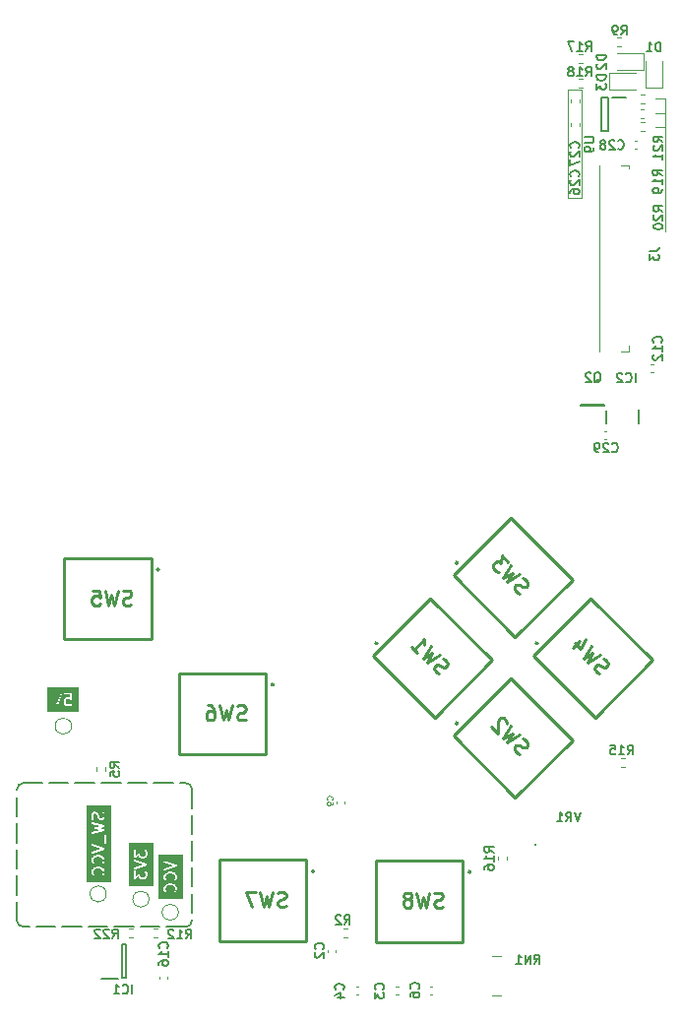
<source format=gbr>
%TF.GenerationSoftware,KiCad,Pcbnew,7.0.1*%
%TF.CreationDate,2024-08-11T10:53:17-07:00*%
%TF.ProjectId,agbc,61676263-2e6b-4696-9361-645f70636258,X4/X5*%
%TF.SameCoordinates,Original*%
%TF.FileFunction,Legend,Bot*%
%TF.FilePolarity,Positive*%
%FSLAX46Y46*%
G04 Gerber Fmt 4.6, Leading zero omitted, Abs format (unit mm)*
G04 Created by KiCad (PCBNEW 7.0.1) date 2024-08-11 10:53:17*
%MOMM*%
%LPD*%
G01*
G04 APERTURE LIST*
%ADD10C,0.150000*%
%ADD11C,0.100000*%
%ADD12C,0.254000*%
%ADD13C,0.120000*%
%ADD14C,0.200000*%
G04 APERTURE END LIST*
D10*
X108550000Y-113500000D02*
G75*
G03*
X108050000Y-114000000I0J-500000D01*
G01*
X122575000Y-125850000D02*
X120925000Y-125850000D01*
X120325000Y-125850000D02*
X118675000Y-125850000D01*
X118075000Y-125850000D02*
X116425000Y-125850000D01*
X115825000Y-125850000D02*
X114175000Y-125850000D01*
X113575000Y-125850000D02*
X111925000Y-125850000D01*
X111325000Y-125850000D02*
X109675000Y-125850000D01*
X109075000Y-125850000D02*
X108550000Y-125850000D01*
D11*
X162950000Y-54650000D02*
X163850000Y-54650000D01*
D10*
X123075000Y-114000000D02*
X123075000Y-115650000D01*
X123075000Y-116250000D02*
X123075000Y-117900000D01*
X123075000Y-118500000D02*
X123075000Y-120150000D01*
X123075000Y-120750000D02*
X123075000Y-122400000D01*
X123075000Y-123000000D02*
X123075000Y-124650000D01*
X123075000Y-125250000D02*
X123075000Y-125350000D01*
D11*
X162950000Y-55900000D02*
X163850000Y-55900000D01*
D10*
X123075000Y-114000000D02*
G75*
G03*
X122575000Y-113500000I-500000J0D01*
G01*
D11*
X162975000Y-57050000D02*
X163850000Y-57050000D01*
X163850000Y-54650000D02*
X163850000Y-66025000D01*
D10*
X122575000Y-125850000D02*
G75*
G03*
X123075000Y-125350000I0J500000D01*
G01*
D11*
X155400000Y-53875000D02*
X156650000Y-53875000D01*
X156650000Y-63200000D01*
X155400000Y-63200000D01*
X155400000Y-53875000D01*
D10*
X108050000Y-125350000D02*
G75*
G03*
X108550000Y-125850000I500000J0D01*
G01*
X108050000Y-125350000D02*
X108050000Y-123700000D01*
X108050000Y-123100000D02*
X108050000Y-121450000D01*
X108050000Y-120850000D02*
X108050000Y-119200000D01*
X108050000Y-118600000D02*
X108050000Y-116950000D01*
X108050000Y-116350000D02*
X108050000Y-114700000D01*
X108050000Y-114100000D02*
X108050000Y-114000000D01*
X108550000Y-113500000D02*
X110200000Y-113500000D01*
X110800000Y-113500000D02*
X112450000Y-113500000D01*
X113050000Y-113500000D02*
X114700000Y-113500000D01*
X115300000Y-113500000D02*
X116950000Y-113500000D01*
X117550000Y-113500000D02*
X119200000Y-113500000D01*
X119800000Y-113500000D02*
X121450000Y-113500000D01*
X122050000Y-113500000D02*
X122575000Y-113500000D01*
%TO.C,C12*%
X163468904Y-75585714D02*
X163507000Y-75547618D01*
X163507000Y-75547618D02*
X163545095Y-75433333D01*
X163545095Y-75433333D02*
X163545095Y-75357142D01*
X163545095Y-75357142D02*
X163507000Y-75242856D01*
X163507000Y-75242856D02*
X163430809Y-75166666D01*
X163430809Y-75166666D02*
X163354619Y-75128571D01*
X163354619Y-75128571D02*
X163202238Y-75090475D01*
X163202238Y-75090475D02*
X163087952Y-75090475D01*
X163087952Y-75090475D02*
X162935571Y-75128571D01*
X162935571Y-75128571D02*
X162859380Y-75166666D01*
X162859380Y-75166666D02*
X162783190Y-75242856D01*
X162783190Y-75242856D02*
X162745095Y-75357142D01*
X162745095Y-75357142D02*
X162745095Y-75433333D01*
X162745095Y-75433333D02*
X162783190Y-75547618D01*
X162783190Y-75547618D02*
X162821285Y-75585714D01*
X163545095Y-76347618D02*
X163545095Y-75890475D01*
X163545095Y-76119047D02*
X162745095Y-76119047D01*
X162745095Y-76119047D02*
X162859380Y-76042856D01*
X162859380Y-76042856D02*
X162935571Y-75966666D01*
X162935571Y-75966666D02*
X162973666Y-75890475D01*
X162821285Y-76652380D02*
X162783190Y-76690476D01*
X162783190Y-76690476D02*
X162745095Y-76766666D01*
X162745095Y-76766666D02*
X162745095Y-76957142D01*
X162745095Y-76957142D02*
X162783190Y-77033333D01*
X162783190Y-77033333D02*
X162821285Y-77071428D01*
X162821285Y-77071428D02*
X162897476Y-77109523D01*
X162897476Y-77109523D02*
X162973666Y-77109523D01*
X162973666Y-77109523D02*
X163087952Y-77071428D01*
X163087952Y-77071428D02*
X163545095Y-76614285D01*
X163545095Y-76614285D02*
X163545095Y-77109523D01*
D12*
%TO.C,SW6*%
X127708333Y-108031050D02*
X127526904Y-108091526D01*
X127526904Y-108091526D02*
X127224523Y-108091526D01*
X127224523Y-108091526D02*
X127103571Y-108031050D01*
X127103571Y-108031050D02*
X127043095Y-107970573D01*
X127043095Y-107970573D02*
X126982618Y-107849621D01*
X126982618Y-107849621D02*
X126982618Y-107728669D01*
X126982618Y-107728669D02*
X127043095Y-107607716D01*
X127043095Y-107607716D02*
X127103571Y-107547240D01*
X127103571Y-107547240D02*
X127224523Y-107486764D01*
X127224523Y-107486764D02*
X127466428Y-107426288D01*
X127466428Y-107426288D02*
X127587380Y-107365811D01*
X127587380Y-107365811D02*
X127647857Y-107305335D01*
X127647857Y-107305335D02*
X127708333Y-107184383D01*
X127708333Y-107184383D02*
X127708333Y-107063430D01*
X127708333Y-107063430D02*
X127647857Y-106942478D01*
X127647857Y-106942478D02*
X127587380Y-106882002D01*
X127587380Y-106882002D02*
X127466428Y-106821526D01*
X127466428Y-106821526D02*
X127164047Y-106821526D01*
X127164047Y-106821526D02*
X126982618Y-106882002D01*
X126559285Y-106821526D02*
X126256904Y-108091526D01*
X126256904Y-108091526D02*
X126014999Y-107184383D01*
X126014999Y-107184383D02*
X125773094Y-108091526D01*
X125773094Y-108091526D02*
X125470714Y-106821526D01*
X124442618Y-106821526D02*
X124684523Y-106821526D01*
X124684523Y-106821526D02*
X124805475Y-106882002D01*
X124805475Y-106882002D02*
X124865951Y-106942478D01*
X124865951Y-106942478D02*
X124986904Y-107123907D01*
X124986904Y-107123907D02*
X125047380Y-107365811D01*
X125047380Y-107365811D02*
X125047380Y-107849621D01*
X125047380Y-107849621D02*
X124986904Y-107970573D01*
X124986904Y-107970573D02*
X124926427Y-108031050D01*
X124926427Y-108031050D02*
X124805475Y-108091526D01*
X124805475Y-108091526D02*
X124563570Y-108091526D01*
X124563570Y-108091526D02*
X124442618Y-108031050D01*
X124442618Y-108031050D02*
X124382142Y-107970573D01*
X124382142Y-107970573D02*
X124321665Y-107849621D01*
X124321665Y-107849621D02*
X124321665Y-107547240D01*
X124321665Y-107547240D02*
X124382142Y-107426288D01*
X124382142Y-107426288D02*
X124442618Y-107365811D01*
X124442618Y-107365811D02*
X124563570Y-107305335D01*
X124563570Y-107305335D02*
X124805475Y-107305335D01*
X124805475Y-107305335D02*
X124926427Y-107365811D01*
X124926427Y-107365811D02*
X124986904Y-107426288D01*
X124986904Y-107426288D02*
X125047380Y-107547240D01*
D10*
%TO.C,C27*%
X156343904Y-58860714D02*
X156382000Y-58822618D01*
X156382000Y-58822618D02*
X156420095Y-58708333D01*
X156420095Y-58708333D02*
X156420095Y-58632142D01*
X156420095Y-58632142D02*
X156382000Y-58517856D01*
X156382000Y-58517856D02*
X156305809Y-58441666D01*
X156305809Y-58441666D02*
X156229619Y-58403571D01*
X156229619Y-58403571D02*
X156077238Y-58365475D01*
X156077238Y-58365475D02*
X155962952Y-58365475D01*
X155962952Y-58365475D02*
X155810571Y-58403571D01*
X155810571Y-58403571D02*
X155734380Y-58441666D01*
X155734380Y-58441666D02*
X155658190Y-58517856D01*
X155658190Y-58517856D02*
X155620095Y-58632142D01*
X155620095Y-58632142D02*
X155620095Y-58708333D01*
X155620095Y-58708333D02*
X155658190Y-58822618D01*
X155658190Y-58822618D02*
X155696285Y-58860714D01*
X155696285Y-59165475D02*
X155658190Y-59203571D01*
X155658190Y-59203571D02*
X155620095Y-59279761D01*
X155620095Y-59279761D02*
X155620095Y-59470237D01*
X155620095Y-59470237D02*
X155658190Y-59546428D01*
X155658190Y-59546428D02*
X155696285Y-59584523D01*
X155696285Y-59584523D02*
X155772476Y-59622618D01*
X155772476Y-59622618D02*
X155848666Y-59622618D01*
X155848666Y-59622618D02*
X155962952Y-59584523D01*
X155962952Y-59584523D02*
X156420095Y-59127380D01*
X156420095Y-59127380D02*
X156420095Y-59622618D01*
X155620095Y-59889285D02*
X155620095Y-60422619D01*
X155620095Y-60422619D02*
X156420095Y-60079761D01*
%TO.C,TP3*%
G36*
X119755357Y-122336309D02*
G01*
X117644643Y-122336309D01*
X117644643Y-121668817D01*
X118087514Y-121668817D01*
X118087619Y-121690528D01*
X118087619Y-121701258D01*
X118087671Y-121701437D01*
X118087727Y-121712860D01*
X118093747Y-121722129D01*
X118096862Y-121732736D01*
X118105495Y-121740216D01*
X118111717Y-121749796D01*
X118121793Y-121754339D01*
X118130148Y-121761578D01*
X118141454Y-121763203D01*
X118151869Y-121767899D01*
X118162803Y-121766273D01*
X118173743Y-121767846D01*
X118184132Y-121763101D01*
X118195434Y-121761421D01*
X118203754Y-121754140D01*
X118213807Y-121749550D01*
X118219982Y-121739941D01*
X118470212Y-121520989D01*
X118473496Y-121527557D01*
X118477814Y-121542260D01*
X118483167Y-121546898D01*
X118519902Y-121620367D01*
X118522585Y-121632699D01*
X118537212Y-121647326D01*
X118551274Y-121662444D01*
X118552692Y-121662806D01*
X118579127Y-121689241D01*
X118585571Y-121700091D01*
X118604080Y-121709345D01*
X118622194Y-121719236D01*
X118623652Y-121719131D01*
X118696898Y-121755754D01*
X118712025Y-121765476D01*
X118727355Y-121765476D01*
X118742438Y-121768190D01*
X118748982Y-121765476D01*
X118968102Y-121765476D01*
X118985986Y-121767407D01*
X118999699Y-121760550D01*
X119014402Y-121756233D01*
X119019040Y-121750879D01*
X119092509Y-121714144D01*
X119104840Y-121711462D01*
X119119460Y-121696842D01*
X119134586Y-121682773D01*
X119134948Y-121681354D01*
X119161383Y-121654920D01*
X119172234Y-121648476D01*
X119181489Y-121629964D01*
X119191379Y-121611854D01*
X119191274Y-121610394D01*
X119227897Y-121537148D01*
X119237619Y-121522022D01*
X119237619Y-121506692D01*
X119240333Y-121491609D01*
X119237619Y-121485065D01*
X119237619Y-121218317D01*
X119239549Y-121200442D01*
X119232694Y-121186732D01*
X119228376Y-121172026D01*
X119223021Y-121167386D01*
X119186286Y-121093916D01*
X119183604Y-121081586D01*
X119168988Y-121066970D01*
X119154916Y-121051842D01*
X119153496Y-121051479D01*
X119112788Y-121010771D01*
X119083994Y-120995049D01*
X119040063Y-120998192D01*
X119004805Y-121024587D01*
X118989413Y-121065854D01*
X118998775Y-121108891D01*
X119053360Y-121163473D01*
X119087619Y-121231990D01*
X119087619Y-121482294D01*
X119053360Y-121550811D01*
X119022951Y-121581219D01*
X118954437Y-121615476D01*
X118751753Y-121615476D01*
X118683235Y-121581217D01*
X118652828Y-121550810D01*
X118618571Y-121482295D01*
X118618571Y-121378967D01*
X118618676Y-121378802D01*
X118618571Y-121357091D01*
X118618571Y-121346361D01*
X118618518Y-121346181D01*
X118618463Y-121334759D01*
X118612442Y-121325489D01*
X118609328Y-121314883D01*
X118600694Y-121307402D01*
X118594473Y-121297823D01*
X118584396Y-121293279D01*
X118576042Y-121286041D01*
X118564735Y-121284415D01*
X118554321Y-121279720D01*
X118543386Y-121281345D01*
X118532447Y-121279773D01*
X118522057Y-121284517D01*
X118510756Y-121286198D01*
X118502435Y-121293478D01*
X118492383Y-121298069D01*
X118486207Y-121307677D01*
X118237619Y-121525193D01*
X118237619Y-121060647D01*
X118228376Y-121029169D01*
X118195090Y-121000327D01*
X118151495Y-120994059D01*
X118111431Y-121012355D01*
X118087619Y-121049407D01*
X118087619Y-121668652D01*
X118087514Y-121668817D01*
X117644643Y-121668817D01*
X117644643Y-120825013D01*
X118084897Y-120825013D01*
X118092737Y-120868353D01*
X118122764Y-120900575D01*
X118165444Y-120911448D01*
X119173467Y-120575440D01*
X119181916Y-120575746D01*
X119193949Y-120568613D01*
X119196564Y-120567742D01*
X119203195Y-120563133D01*
X119219804Y-120553289D01*
X119221110Y-120550682D01*
X119223504Y-120549019D01*
X119230884Y-120531176D01*
X119239536Y-120513913D01*
X119239225Y-120511013D01*
X119240340Y-120508320D01*
X119236903Y-120489325D01*
X119234848Y-120470119D01*
X119233018Y-120467846D01*
X119232500Y-120464980D01*
X119219343Y-120450861D01*
X119207228Y-120435813D01*
X119204461Y-120434890D01*
X119202474Y-120432758D01*
X119183763Y-120427991D01*
X118176107Y-120092106D01*
X118143322Y-120090921D01*
X118105434Y-120113378D01*
X118085702Y-120152754D01*
X118090389Y-120196547D01*
X118118010Y-120230854D01*
X118925447Y-120500000D01*
X118128673Y-120765591D01*
X118101733Y-120784314D01*
X118084897Y-120825013D01*
X117644643Y-120825013D01*
X117644643Y-119859293D01*
X118087514Y-119859293D01*
X118087619Y-119881004D01*
X118087619Y-119891734D01*
X118087671Y-119891913D01*
X118087727Y-119903336D01*
X118093747Y-119912605D01*
X118096862Y-119923212D01*
X118105495Y-119930692D01*
X118111717Y-119940272D01*
X118121793Y-119944815D01*
X118130148Y-119952054D01*
X118141454Y-119953679D01*
X118151869Y-119958375D01*
X118162803Y-119956749D01*
X118173743Y-119958322D01*
X118184132Y-119953577D01*
X118195434Y-119951897D01*
X118203754Y-119944616D01*
X118213807Y-119940026D01*
X118219982Y-119930417D01*
X118470212Y-119711465D01*
X118473496Y-119718033D01*
X118477814Y-119732736D01*
X118483167Y-119737374D01*
X118519902Y-119810843D01*
X118522585Y-119823175D01*
X118537212Y-119837802D01*
X118551274Y-119852920D01*
X118552692Y-119853282D01*
X118579127Y-119879717D01*
X118585571Y-119890567D01*
X118604080Y-119899821D01*
X118622194Y-119909712D01*
X118623652Y-119909607D01*
X118696898Y-119946230D01*
X118712025Y-119955952D01*
X118727355Y-119955952D01*
X118742438Y-119958666D01*
X118748982Y-119955952D01*
X118968102Y-119955952D01*
X118985986Y-119957883D01*
X118999699Y-119951026D01*
X119014402Y-119946709D01*
X119019040Y-119941355D01*
X119092509Y-119904620D01*
X119104840Y-119901938D01*
X119119460Y-119887318D01*
X119134586Y-119873249D01*
X119134948Y-119871830D01*
X119161383Y-119845396D01*
X119172234Y-119838952D01*
X119181489Y-119820440D01*
X119191379Y-119802330D01*
X119191274Y-119800870D01*
X119227897Y-119727624D01*
X119237619Y-119712498D01*
X119237619Y-119697168D01*
X119240333Y-119682085D01*
X119237619Y-119675541D01*
X119237619Y-119408793D01*
X119239549Y-119390918D01*
X119232694Y-119377208D01*
X119228376Y-119362502D01*
X119223021Y-119357862D01*
X119186286Y-119284392D01*
X119183604Y-119272062D01*
X119168988Y-119257446D01*
X119154916Y-119242318D01*
X119153496Y-119241955D01*
X119112788Y-119201247D01*
X119083994Y-119185525D01*
X119040063Y-119188668D01*
X119004805Y-119215063D01*
X118989413Y-119256330D01*
X118998775Y-119299367D01*
X119053360Y-119353949D01*
X119087619Y-119422466D01*
X119087619Y-119672770D01*
X119053360Y-119741287D01*
X119022951Y-119771695D01*
X118954437Y-119805952D01*
X118751753Y-119805952D01*
X118683235Y-119771693D01*
X118652828Y-119741286D01*
X118618571Y-119672771D01*
X118618571Y-119569443D01*
X118618676Y-119569278D01*
X118618571Y-119547567D01*
X118618571Y-119536837D01*
X118618518Y-119536657D01*
X118618463Y-119525235D01*
X118612442Y-119515965D01*
X118609328Y-119505359D01*
X118600694Y-119497878D01*
X118594473Y-119488299D01*
X118584396Y-119483755D01*
X118576042Y-119476517D01*
X118564735Y-119474891D01*
X118554321Y-119470196D01*
X118543386Y-119471821D01*
X118532447Y-119470249D01*
X118522057Y-119474993D01*
X118510756Y-119476674D01*
X118502435Y-119483954D01*
X118492383Y-119488545D01*
X118486207Y-119498153D01*
X118237619Y-119715669D01*
X118237619Y-119251123D01*
X118228376Y-119219645D01*
X118195090Y-119190803D01*
X118151495Y-119184535D01*
X118111431Y-119202831D01*
X118087619Y-119239883D01*
X118087619Y-119859128D01*
X118087514Y-119859293D01*
X117644643Y-119859293D01*
X117644643Y-118663690D01*
X119755357Y-118663690D01*
X119755357Y-122336309D01*
G37*
%TO.C,C26*%
X156343904Y-61335714D02*
X156382000Y-61297618D01*
X156382000Y-61297618D02*
X156420095Y-61183333D01*
X156420095Y-61183333D02*
X156420095Y-61107142D01*
X156420095Y-61107142D02*
X156382000Y-60992856D01*
X156382000Y-60992856D02*
X156305809Y-60916666D01*
X156305809Y-60916666D02*
X156229619Y-60878571D01*
X156229619Y-60878571D02*
X156077238Y-60840475D01*
X156077238Y-60840475D02*
X155962952Y-60840475D01*
X155962952Y-60840475D02*
X155810571Y-60878571D01*
X155810571Y-60878571D02*
X155734380Y-60916666D01*
X155734380Y-60916666D02*
X155658190Y-60992856D01*
X155658190Y-60992856D02*
X155620095Y-61107142D01*
X155620095Y-61107142D02*
X155620095Y-61183333D01*
X155620095Y-61183333D02*
X155658190Y-61297618D01*
X155658190Y-61297618D02*
X155696285Y-61335714D01*
X155696285Y-61640475D02*
X155658190Y-61678571D01*
X155658190Y-61678571D02*
X155620095Y-61754761D01*
X155620095Y-61754761D02*
X155620095Y-61945237D01*
X155620095Y-61945237D02*
X155658190Y-62021428D01*
X155658190Y-62021428D02*
X155696285Y-62059523D01*
X155696285Y-62059523D02*
X155772476Y-62097618D01*
X155772476Y-62097618D02*
X155848666Y-62097618D01*
X155848666Y-62097618D02*
X155962952Y-62059523D01*
X155962952Y-62059523D02*
X156420095Y-61602380D01*
X156420095Y-61602380D02*
X156420095Y-62097618D01*
X155620095Y-62783333D02*
X155620095Y-62630952D01*
X155620095Y-62630952D02*
X155658190Y-62554761D01*
X155658190Y-62554761D02*
X155696285Y-62516666D01*
X155696285Y-62516666D02*
X155810571Y-62440476D01*
X155810571Y-62440476D02*
X155962952Y-62402380D01*
X155962952Y-62402380D02*
X156267714Y-62402380D01*
X156267714Y-62402380D02*
X156343904Y-62440476D01*
X156343904Y-62440476D02*
X156382000Y-62478571D01*
X156382000Y-62478571D02*
X156420095Y-62554761D01*
X156420095Y-62554761D02*
X156420095Y-62707142D01*
X156420095Y-62707142D02*
X156382000Y-62783333D01*
X156382000Y-62783333D02*
X156343904Y-62821428D01*
X156343904Y-62821428D02*
X156267714Y-62859523D01*
X156267714Y-62859523D02*
X156077238Y-62859523D01*
X156077238Y-62859523D02*
X156001047Y-62821428D01*
X156001047Y-62821428D02*
X155962952Y-62783333D01*
X155962952Y-62783333D02*
X155924857Y-62707142D01*
X155924857Y-62707142D02*
X155924857Y-62554761D01*
X155924857Y-62554761D02*
X155962952Y-62478571D01*
X155962952Y-62478571D02*
X156001047Y-62440476D01*
X156001047Y-62440476D02*
X156077238Y-62402380D01*
%TO.C,TP4*%
G36*
X113360119Y-107405357D02*
G01*
X110639881Y-107405357D01*
X110639881Y-105815444D01*
X111112361Y-105815444D01*
X111448368Y-106823468D01*
X111448063Y-106831916D01*
X111455195Y-106843949D01*
X111456067Y-106846564D01*
X111460675Y-106853195D01*
X111470520Y-106869804D01*
X111473126Y-106871110D01*
X111474790Y-106873504D01*
X111492632Y-106880884D01*
X111509896Y-106889536D01*
X111512795Y-106889225D01*
X111515489Y-106890340D01*
X111534476Y-106886905D01*
X111553689Y-106884849D01*
X111555962Y-106883018D01*
X111558829Y-106882500D01*
X111572947Y-106869343D01*
X111587996Y-106857228D01*
X111588918Y-106854461D01*
X111591051Y-106852474D01*
X111595817Y-106833763D01*
X111742926Y-106392438D01*
X112065143Y-106392438D01*
X112067857Y-106398982D01*
X112067857Y-106618102D01*
X112065926Y-106635986D01*
X112072782Y-106649699D01*
X112077100Y-106664402D01*
X112082453Y-106669040D01*
X112119188Y-106742509D01*
X112121871Y-106754840D01*
X112136490Y-106769460D01*
X112150560Y-106784586D01*
X112151978Y-106784948D01*
X112178412Y-106811383D01*
X112184857Y-106822234D01*
X112203368Y-106831489D01*
X112221479Y-106841379D01*
X112222938Y-106841274D01*
X112296184Y-106877897D01*
X112311311Y-106887619D01*
X112326641Y-106887619D01*
X112341724Y-106890333D01*
X112348268Y-106887619D01*
X112567388Y-106887619D01*
X112585272Y-106889550D01*
X112598985Y-106882693D01*
X112613688Y-106878376D01*
X112618326Y-106873022D01*
X112691794Y-106836287D01*
X112704128Y-106833605D01*
X112718759Y-106818972D01*
X112733872Y-106804916D01*
X112734234Y-106803496D01*
X112774942Y-106762788D01*
X112790665Y-106733994D01*
X112787522Y-106690063D01*
X112761127Y-106654805D01*
X112719860Y-106639413D01*
X112676823Y-106648776D01*
X112622237Y-106703361D01*
X112553723Y-106737619D01*
X112351039Y-106737619D01*
X112282521Y-106703360D01*
X112252113Y-106672951D01*
X112217857Y-106604437D01*
X112217857Y-106401753D01*
X112252116Y-106333235D01*
X112282521Y-106302829D01*
X112351037Y-106268571D01*
X112553722Y-106268571D01*
X112622240Y-106302830D01*
X112650498Y-106331088D01*
X112653059Y-106337402D01*
X112665797Y-106346387D01*
X112668876Y-106349466D01*
X112674568Y-106352574D01*
X112689050Y-106362789D01*
X112693639Y-106362987D01*
X112697670Y-106365188D01*
X112715345Y-106363923D01*
X112733052Y-106364688D01*
X112737019Y-106362373D01*
X112741601Y-106362046D01*
X112755786Y-106351426D01*
X112771097Y-106342496D01*
X112773183Y-106338403D01*
X112776859Y-106335652D01*
X112783050Y-106319053D01*
X112791104Y-106303259D01*
X112790646Y-106298688D01*
X112792252Y-106294385D01*
X112788484Y-106277067D01*
X112742202Y-105814245D01*
X112744036Y-105801495D01*
X112735560Y-105782934D01*
X112727892Y-105764026D01*
X112726465Y-105763019D01*
X112725740Y-105761431D01*
X112708564Y-105750392D01*
X112691901Y-105738639D01*
X112690158Y-105738563D01*
X112688688Y-105737619D01*
X112668266Y-105737619D01*
X112647899Y-105736740D01*
X112646392Y-105737619D01*
X112179694Y-105737619D01*
X112148216Y-105746862D01*
X112119374Y-105780148D01*
X112113106Y-105823743D01*
X112131402Y-105863807D01*
X112168454Y-105887619D01*
X112598792Y-105887619D01*
X112623611Y-106135809D01*
X112608579Y-106128294D01*
X112593450Y-106118571D01*
X112578120Y-106118571D01*
X112563037Y-106115857D01*
X112556493Y-106118571D01*
X112337364Y-106118571D01*
X112319489Y-106116641D01*
X112305779Y-106123495D01*
X112291073Y-106127814D01*
X112286433Y-106133168D01*
X112212964Y-106169902D01*
X112200634Y-106172585D01*
X112186014Y-106187204D01*
X112170889Y-106201274D01*
X112170526Y-106202692D01*
X112144091Y-106229127D01*
X112133242Y-106235571D01*
X112123991Y-106254071D01*
X112114096Y-106272194D01*
X112114200Y-106273654D01*
X112077580Y-106346895D01*
X112067857Y-106362025D01*
X112067857Y-106377355D01*
X112065143Y-106392438D01*
X111742926Y-106392438D01*
X111931703Y-105826108D01*
X111932888Y-105793322D01*
X111910431Y-105755434D01*
X111871055Y-105735702D01*
X111827261Y-105740390D01*
X111792955Y-105768010D01*
X111523809Y-106575447D01*
X111258218Y-105778673D01*
X111239495Y-105751733D01*
X111198796Y-105734897D01*
X111155456Y-105742737D01*
X111123234Y-105772764D01*
X111112361Y-105815444D01*
X110639881Y-105815444D01*
X110639881Y-105294643D01*
X113360119Y-105294643D01*
X113360119Y-107405357D01*
G37*
%TO.C,C16*%
X120968904Y-127660714D02*
X121007000Y-127622618D01*
X121007000Y-127622618D02*
X121045095Y-127508333D01*
X121045095Y-127508333D02*
X121045095Y-127432142D01*
X121045095Y-127432142D02*
X121007000Y-127317856D01*
X121007000Y-127317856D02*
X120930809Y-127241666D01*
X120930809Y-127241666D02*
X120854619Y-127203571D01*
X120854619Y-127203571D02*
X120702238Y-127165475D01*
X120702238Y-127165475D02*
X120587952Y-127165475D01*
X120587952Y-127165475D02*
X120435571Y-127203571D01*
X120435571Y-127203571D02*
X120359380Y-127241666D01*
X120359380Y-127241666D02*
X120283190Y-127317856D01*
X120283190Y-127317856D02*
X120245095Y-127432142D01*
X120245095Y-127432142D02*
X120245095Y-127508333D01*
X120245095Y-127508333D02*
X120283190Y-127622618D01*
X120283190Y-127622618D02*
X120321285Y-127660714D01*
X121045095Y-128422618D02*
X121045095Y-127965475D01*
X121045095Y-128194047D02*
X120245095Y-128194047D01*
X120245095Y-128194047D02*
X120359380Y-128117856D01*
X120359380Y-128117856D02*
X120435571Y-128041666D01*
X120435571Y-128041666D02*
X120473666Y-127965475D01*
X120245095Y-129108333D02*
X120245095Y-128955952D01*
X120245095Y-128955952D02*
X120283190Y-128879761D01*
X120283190Y-128879761D02*
X120321285Y-128841666D01*
X120321285Y-128841666D02*
X120435571Y-128765476D01*
X120435571Y-128765476D02*
X120587952Y-128727380D01*
X120587952Y-128727380D02*
X120892714Y-128727380D01*
X120892714Y-128727380D02*
X120968904Y-128765476D01*
X120968904Y-128765476D02*
X121007000Y-128803571D01*
X121007000Y-128803571D02*
X121045095Y-128879761D01*
X121045095Y-128879761D02*
X121045095Y-129032142D01*
X121045095Y-129032142D02*
X121007000Y-129108333D01*
X121007000Y-129108333D02*
X120968904Y-129146428D01*
X120968904Y-129146428D02*
X120892714Y-129184523D01*
X120892714Y-129184523D02*
X120702238Y-129184523D01*
X120702238Y-129184523D02*
X120626047Y-129146428D01*
X120626047Y-129146428D02*
X120587952Y-129108333D01*
X120587952Y-129108333D02*
X120549857Y-129032142D01*
X120549857Y-129032142D02*
X120549857Y-128879761D01*
X120549857Y-128879761D02*
X120587952Y-128803571D01*
X120587952Y-128803571D02*
X120626047Y-128765476D01*
X120626047Y-128765476D02*
X120702238Y-128727380D01*
%TO.C,D3*%
X158695095Y-52609524D02*
X157895095Y-52609524D01*
X157895095Y-52609524D02*
X157895095Y-52800000D01*
X157895095Y-52800000D02*
X157933190Y-52914286D01*
X157933190Y-52914286D02*
X158009380Y-52990476D01*
X158009380Y-52990476D02*
X158085571Y-53028571D01*
X158085571Y-53028571D02*
X158237952Y-53066667D01*
X158237952Y-53066667D02*
X158352238Y-53066667D01*
X158352238Y-53066667D02*
X158504619Y-53028571D01*
X158504619Y-53028571D02*
X158580809Y-52990476D01*
X158580809Y-52990476D02*
X158657000Y-52914286D01*
X158657000Y-52914286D02*
X158695095Y-52800000D01*
X158695095Y-52800000D02*
X158695095Y-52609524D01*
X157895095Y-53333333D02*
X157895095Y-53828571D01*
X157895095Y-53828571D02*
X158199857Y-53561905D01*
X158199857Y-53561905D02*
X158199857Y-53676190D01*
X158199857Y-53676190D02*
X158237952Y-53752381D01*
X158237952Y-53752381D02*
X158276047Y-53790476D01*
X158276047Y-53790476D02*
X158352238Y-53828571D01*
X158352238Y-53828571D02*
X158542714Y-53828571D01*
X158542714Y-53828571D02*
X158618904Y-53790476D01*
X158618904Y-53790476D02*
X158657000Y-53752381D01*
X158657000Y-53752381D02*
X158695095Y-53676190D01*
X158695095Y-53676190D02*
X158695095Y-53447619D01*
X158695095Y-53447619D02*
X158657000Y-53371428D01*
X158657000Y-53371428D02*
X158618904Y-53333333D01*
%TO.C,VR1*%
X156522618Y-115995095D02*
X156255951Y-116795095D01*
X156255951Y-116795095D02*
X155989285Y-115995095D01*
X155265475Y-116795095D02*
X155532142Y-116414142D01*
X155722618Y-116795095D02*
X155722618Y-115995095D01*
X155722618Y-115995095D02*
X155417856Y-115995095D01*
X155417856Y-115995095D02*
X155341666Y-116033190D01*
X155341666Y-116033190D02*
X155303571Y-116071285D01*
X155303571Y-116071285D02*
X155265475Y-116147476D01*
X155265475Y-116147476D02*
X155265475Y-116261761D01*
X155265475Y-116261761D02*
X155303571Y-116337952D01*
X155303571Y-116337952D02*
X155341666Y-116376047D01*
X155341666Y-116376047D02*
X155417856Y-116414142D01*
X155417856Y-116414142D02*
X155722618Y-116414142D01*
X154503571Y-116795095D02*
X154960714Y-116795095D01*
X154732142Y-116795095D02*
X154732142Y-115995095D01*
X154732142Y-115995095D02*
X154808333Y-116109380D01*
X154808333Y-116109380D02*
X154884523Y-116185571D01*
X154884523Y-116185571D02*
X154960714Y-116223666D01*
%TO.C,R22*%
X116239285Y-126845095D02*
X116505952Y-126464142D01*
X116696428Y-126845095D02*
X116696428Y-126045095D01*
X116696428Y-126045095D02*
X116391666Y-126045095D01*
X116391666Y-126045095D02*
X116315476Y-126083190D01*
X116315476Y-126083190D02*
X116277381Y-126121285D01*
X116277381Y-126121285D02*
X116239285Y-126197476D01*
X116239285Y-126197476D02*
X116239285Y-126311761D01*
X116239285Y-126311761D02*
X116277381Y-126387952D01*
X116277381Y-126387952D02*
X116315476Y-126426047D01*
X116315476Y-126426047D02*
X116391666Y-126464142D01*
X116391666Y-126464142D02*
X116696428Y-126464142D01*
X115934524Y-126121285D02*
X115896428Y-126083190D01*
X115896428Y-126083190D02*
X115820238Y-126045095D01*
X115820238Y-126045095D02*
X115629762Y-126045095D01*
X115629762Y-126045095D02*
X115553571Y-126083190D01*
X115553571Y-126083190D02*
X115515476Y-126121285D01*
X115515476Y-126121285D02*
X115477381Y-126197476D01*
X115477381Y-126197476D02*
X115477381Y-126273666D01*
X115477381Y-126273666D02*
X115515476Y-126387952D01*
X115515476Y-126387952D02*
X115972619Y-126845095D01*
X115972619Y-126845095D02*
X115477381Y-126845095D01*
X115172619Y-126121285D02*
X115134523Y-126083190D01*
X115134523Y-126083190D02*
X115058333Y-126045095D01*
X115058333Y-126045095D02*
X114867857Y-126045095D01*
X114867857Y-126045095D02*
X114791666Y-126083190D01*
X114791666Y-126083190D02*
X114753571Y-126121285D01*
X114753571Y-126121285D02*
X114715476Y-126197476D01*
X114715476Y-126197476D02*
X114715476Y-126273666D01*
X114715476Y-126273666D02*
X114753571Y-126387952D01*
X114753571Y-126387952D02*
X115210714Y-126845095D01*
X115210714Y-126845095D02*
X114715476Y-126845095D01*
%TO.C,TP2*%
G36*
X122330357Y-123458928D02*
G01*
X120219643Y-123458928D01*
X120219643Y-122625444D01*
X120659504Y-122625444D01*
X120666041Y-122645056D01*
X120671862Y-122664879D01*
X120672968Y-122665837D01*
X120712810Y-122785363D01*
X120716633Y-122802937D01*
X120727473Y-122813777D01*
X120736219Y-122826361D01*
X120742764Y-122829068D01*
X120787448Y-122873752D01*
X120816242Y-122889474D01*
X120860173Y-122886332D01*
X120895431Y-122859938D01*
X120910824Y-122818671D01*
X120901462Y-122775634D01*
X120850790Y-122724962D01*
X120812619Y-122610447D01*
X120812619Y-122539551D01*
X120850790Y-122425037D01*
X120924902Y-122350925D01*
X121001888Y-122312431D01*
X121175424Y-122269048D01*
X121299812Y-122269048D01*
X121473345Y-122312431D01*
X121550335Y-122350926D01*
X121624447Y-122425038D01*
X121662619Y-122539552D01*
X121662619Y-122610449D01*
X121624447Y-122724962D01*
X121581723Y-122767685D01*
X121566001Y-122796479D01*
X121569143Y-122840410D01*
X121595536Y-122875669D01*
X121636803Y-122891062D01*
X121679840Y-122881700D01*
X121740177Y-122821364D01*
X121754187Y-122810085D01*
X121759034Y-122795541D01*
X121766379Y-122782092D01*
X121765873Y-122775025D01*
X121805797Y-122655255D01*
X121812619Y-122644641D01*
X121812619Y-122623962D01*
X121813365Y-122603322D01*
X121812619Y-122602063D01*
X121812619Y-122536783D01*
X121815734Y-122524555D01*
X121809194Y-122504935D01*
X121803376Y-122485121D01*
X121802269Y-122484162D01*
X121762427Y-122364633D01*
X121758605Y-122347063D01*
X121747766Y-122336224D01*
X121739019Y-122323638D01*
X121732471Y-122320929D01*
X121654442Y-122242901D01*
X121647999Y-122232052D01*
X121629494Y-122222799D01*
X121611375Y-122212906D01*
X121609915Y-122213010D01*
X121545011Y-122180558D01*
X121539077Y-122174247D01*
X121525699Y-122170902D01*
X121523420Y-122169763D01*
X121515287Y-122168299D01*
X121339210Y-122124280D01*
X121331069Y-122119048D01*
X121318281Y-122119048D01*
X121316777Y-122118672D01*
X121307531Y-122119048D01*
X121178533Y-122119048D01*
X121169364Y-122115946D01*
X121156956Y-122119048D01*
X121155408Y-122119048D01*
X121146538Y-122121652D01*
X120970481Y-122165666D01*
X120961870Y-122164737D01*
X120949539Y-122170902D01*
X120947064Y-122171521D01*
X120939925Y-122175708D01*
X120855345Y-122217998D01*
X120843015Y-122220681D01*
X120828395Y-122235300D01*
X120813270Y-122249370D01*
X120812907Y-122250788D01*
X120735058Y-122328637D01*
X120721051Y-122339915D01*
X120716203Y-122354456D01*
X120708858Y-122367909D01*
X120709363Y-122374976D01*
X120669441Y-122494743D01*
X120662619Y-122505359D01*
X120662619Y-122526039D01*
X120661873Y-122546678D01*
X120662619Y-122547937D01*
X120662619Y-122613217D01*
X120659504Y-122625444D01*
X120219643Y-122625444D01*
X120219643Y-121625444D01*
X120659504Y-121625444D01*
X120666041Y-121645056D01*
X120671862Y-121664879D01*
X120672968Y-121665837D01*
X120712810Y-121785363D01*
X120716633Y-121802937D01*
X120727473Y-121813777D01*
X120736219Y-121826361D01*
X120742764Y-121829068D01*
X120787448Y-121873752D01*
X120816242Y-121889474D01*
X120860173Y-121886332D01*
X120895431Y-121859938D01*
X120910824Y-121818671D01*
X120901462Y-121775634D01*
X120850790Y-121724962D01*
X120812619Y-121610447D01*
X120812619Y-121539551D01*
X120850790Y-121425037D01*
X120924902Y-121350925D01*
X121001888Y-121312431D01*
X121175424Y-121269048D01*
X121299812Y-121269048D01*
X121473345Y-121312431D01*
X121550335Y-121350926D01*
X121624447Y-121425038D01*
X121662619Y-121539552D01*
X121662619Y-121610449D01*
X121624447Y-121724962D01*
X121581723Y-121767685D01*
X121566001Y-121796479D01*
X121569143Y-121840410D01*
X121595536Y-121875669D01*
X121636803Y-121891062D01*
X121679840Y-121881700D01*
X121740177Y-121821364D01*
X121754187Y-121810085D01*
X121759034Y-121795541D01*
X121766379Y-121782092D01*
X121765873Y-121775025D01*
X121805797Y-121655255D01*
X121812619Y-121644641D01*
X121812619Y-121623962D01*
X121813365Y-121603322D01*
X121812619Y-121602063D01*
X121812619Y-121536783D01*
X121815734Y-121524555D01*
X121809194Y-121504935D01*
X121803376Y-121485121D01*
X121802269Y-121484162D01*
X121762427Y-121364633D01*
X121758605Y-121347063D01*
X121747766Y-121336224D01*
X121739019Y-121323638D01*
X121732471Y-121320929D01*
X121654442Y-121242901D01*
X121647999Y-121232052D01*
X121629494Y-121222799D01*
X121611375Y-121212906D01*
X121609915Y-121213010D01*
X121545011Y-121180558D01*
X121539077Y-121174247D01*
X121525699Y-121170902D01*
X121523420Y-121169763D01*
X121515287Y-121168299D01*
X121339210Y-121124280D01*
X121331069Y-121119048D01*
X121318281Y-121119048D01*
X121316777Y-121118672D01*
X121307531Y-121119048D01*
X121178533Y-121119048D01*
X121169364Y-121115946D01*
X121156956Y-121119048D01*
X121155408Y-121119048D01*
X121146538Y-121121652D01*
X120970481Y-121165666D01*
X120961870Y-121164737D01*
X120949539Y-121170902D01*
X120947064Y-121171521D01*
X120939925Y-121175708D01*
X120855345Y-121217998D01*
X120843015Y-121220681D01*
X120828395Y-121235300D01*
X120813270Y-121249370D01*
X120812907Y-121250788D01*
X120735058Y-121328637D01*
X120721051Y-121339915D01*
X120716203Y-121354456D01*
X120708858Y-121367909D01*
X120709363Y-121374976D01*
X120669441Y-121494743D01*
X120662619Y-121505359D01*
X120662619Y-121526039D01*
X120661873Y-121546678D01*
X120662619Y-121547937D01*
X120662619Y-121613217D01*
X120659504Y-121625444D01*
X120219643Y-121625444D01*
X120219643Y-120900013D01*
X120659897Y-120900013D01*
X120667737Y-120943353D01*
X120697764Y-120975575D01*
X120740444Y-120986448D01*
X121748467Y-120650440D01*
X121756916Y-120650746D01*
X121768949Y-120643613D01*
X121771564Y-120642742D01*
X121778195Y-120638133D01*
X121794804Y-120628289D01*
X121796110Y-120625682D01*
X121798504Y-120624019D01*
X121805884Y-120606176D01*
X121814536Y-120588913D01*
X121814225Y-120586013D01*
X121815340Y-120583320D01*
X121811903Y-120564325D01*
X121809848Y-120545119D01*
X121808018Y-120542846D01*
X121807500Y-120539980D01*
X121794343Y-120525861D01*
X121782228Y-120510813D01*
X121779461Y-120509890D01*
X121777474Y-120507758D01*
X121758763Y-120502991D01*
X120751107Y-120167106D01*
X120718322Y-120165921D01*
X120680434Y-120188378D01*
X120660702Y-120227754D01*
X120665389Y-120271547D01*
X120693010Y-120305854D01*
X121500447Y-120575000D01*
X120703673Y-120840591D01*
X120676733Y-120859314D01*
X120659897Y-120900013D01*
X120219643Y-120900013D01*
X120219643Y-119691071D01*
X122330357Y-119691071D01*
X122330357Y-123458928D01*
G37*
%TO.C,R2*%
X136183332Y-125645095D02*
X136449999Y-125264142D01*
X136640475Y-125645095D02*
X136640475Y-124845095D01*
X136640475Y-124845095D02*
X136335713Y-124845095D01*
X136335713Y-124845095D02*
X136259523Y-124883190D01*
X136259523Y-124883190D02*
X136221428Y-124921285D01*
X136221428Y-124921285D02*
X136183332Y-124997476D01*
X136183332Y-124997476D02*
X136183332Y-125111761D01*
X136183332Y-125111761D02*
X136221428Y-125187952D01*
X136221428Y-125187952D02*
X136259523Y-125226047D01*
X136259523Y-125226047D02*
X136335713Y-125264142D01*
X136335713Y-125264142D02*
X136640475Y-125264142D01*
X135878571Y-124921285D02*
X135840475Y-124883190D01*
X135840475Y-124883190D02*
X135764285Y-124845095D01*
X135764285Y-124845095D02*
X135573809Y-124845095D01*
X135573809Y-124845095D02*
X135497618Y-124883190D01*
X135497618Y-124883190D02*
X135459523Y-124921285D01*
X135459523Y-124921285D02*
X135421428Y-124997476D01*
X135421428Y-124997476D02*
X135421428Y-125073666D01*
X135421428Y-125073666D02*
X135459523Y-125187952D01*
X135459523Y-125187952D02*
X135916666Y-125645095D01*
X135916666Y-125645095D02*
X135421428Y-125645095D01*
%TO.C,U9*%
X156870095Y-57965476D02*
X157517714Y-57965476D01*
X157517714Y-57965476D02*
X157593904Y-58003571D01*
X157593904Y-58003571D02*
X157632000Y-58041666D01*
X157632000Y-58041666D02*
X157670095Y-58117857D01*
X157670095Y-58117857D02*
X157670095Y-58270238D01*
X157670095Y-58270238D02*
X157632000Y-58346428D01*
X157632000Y-58346428D02*
X157593904Y-58384523D01*
X157593904Y-58384523D02*
X157517714Y-58422619D01*
X157517714Y-58422619D02*
X156870095Y-58422619D01*
X157670095Y-58841666D02*
X157670095Y-58994047D01*
X157670095Y-58994047D02*
X157632000Y-59070237D01*
X157632000Y-59070237D02*
X157593904Y-59108333D01*
X157593904Y-59108333D02*
X157479619Y-59184523D01*
X157479619Y-59184523D02*
X157327238Y-59222618D01*
X157327238Y-59222618D02*
X157022476Y-59222618D01*
X157022476Y-59222618D02*
X156946285Y-59184523D01*
X156946285Y-59184523D02*
X156908190Y-59146428D01*
X156908190Y-59146428D02*
X156870095Y-59070237D01*
X156870095Y-59070237D02*
X156870095Y-58917856D01*
X156870095Y-58917856D02*
X156908190Y-58841666D01*
X156908190Y-58841666D02*
X156946285Y-58803571D01*
X156946285Y-58803571D02*
X157022476Y-58765475D01*
X157022476Y-58765475D02*
X157212952Y-58765475D01*
X157212952Y-58765475D02*
X157289142Y-58803571D01*
X157289142Y-58803571D02*
X157327238Y-58841666D01*
X157327238Y-58841666D02*
X157365333Y-58917856D01*
X157365333Y-58917856D02*
X157365333Y-59070237D01*
X157365333Y-59070237D02*
X157327238Y-59146428D01*
X157327238Y-59146428D02*
X157289142Y-59184523D01*
X157289142Y-59184523D02*
X157212952Y-59222618D01*
%TO.C,RN1*%
X152552380Y-129045095D02*
X152819047Y-128664142D01*
X153009523Y-129045095D02*
X153009523Y-128245095D01*
X153009523Y-128245095D02*
X152704761Y-128245095D01*
X152704761Y-128245095D02*
X152628571Y-128283190D01*
X152628571Y-128283190D02*
X152590476Y-128321285D01*
X152590476Y-128321285D02*
X152552380Y-128397476D01*
X152552380Y-128397476D02*
X152552380Y-128511761D01*
X152552380Y-128511761D02*
X152590476Y-128587952D01*
X152590476Y-128587952D02*
X152628571Y-128626047D01*
X152628571Y-128626047D02*
X152704761Y-128664142D01*
X152704761Y-128664142D02*
X153009523Y-128664142D01*
X152209523Y-129045095D02*
X152209523Y-128245095D01*
X152209523Y-128245095D02*
X151752380Y-129045095D01*
X151752380Y-129045095D02*
X151752380Y-128245095D01*
X150952381Y-129045095D02*
X151409524Y-129045095D01*
X151180952Y-129045095D02*
X151180952Y-128245095D01*
X151180952Y-128245095D02*
X151257143Y-128359380D01*
X151257143Y-128359380D02*
X151333333Y-128435571D01*
X151333333Y-128435571D02*
X151409524Y-128473666D01*
D12*
%TO.C,SW4*%
X158163752Y-104102607D02*
X157992700Y-104017080D01*
X157992700Y-104017080D02*
X157778884Y-103803265D01*
X157778884Y-103803265D02*
X157736121Y-103674975D01*
X157736121Y-103674975D02*
X157736121Y-103589449D01*
X157736121Y-103589449D02*
X157778884Y-103461160D01*
X157778884Y-103461160D02*
X157864410Y-103375633D01*
X157864410Y-103375633D02*
X157992700Y-103332870D01*
X157992700Y-103332870D02*
X158078226Y-103332870D01*
X158078226Y-103332870D02*
X158206515Y-103375633D01*
X158206515Y-103375633D02*
X158420331Y-103503923D01*
X158420331Y-103503923D02*
X158548620Y-103546686D01*
X158548620Y-103546686D02*
X158634147Y-103546686D01*
X158634147Y-103546686D02*
X158762436Y-103503923D01*
X158762436Y-103503923D02*
X158847962Y-103418397D01*
X158847962Y-103418397D02*
X158890725Y-103290107D01*
X158890725Y-103290107D02*
X158890725Y-103204581D01*
X158890725Y-103204581D02*
X158847962Y-103076292D01*
X158847962Y-103076292D02*
X158634147Y-102862476D01*
X158634147Y-102862476D02*
X158463094Y-102776950D01*
X158206515Y-102434845D02*
X157094674Y-103119055D01*
X157094674Y-103119055D02*
X157565068Y-102306555D01*
X157565068Y-102306555D02*
X156752569Y-102776950D01*
X156752569Y-102776950D02*
X157436779Y-101665108D01*
X156410464Y-101237477D02*
X155811780Y-101836161D01*
X156966384Y-101109187D02*
X156538753Y-101964450D01*
X156538753Y-101964450D02*
X155982833Y-101408529D01*
D10*
%TO.C,C28*%
X159739285Y-58918904D02*
X159777381Y-58957000D01*
X159777381Y-58957000D02*
X159891666Y-58995095D01*
X159891666Y-58995095D02*
X159967857Y-58995095D01*
X159967857Y-58995095D02*
X160082143Y-58957000D01*
X160082143Y-58957000D02*
X160158333Y-58880809D01*
X160158333Y-58880809D02*
X160196428Y-58804619D01*
X160196428Y-58804619D02*
X160234524Y-58652238D01*
X160234524Y-58652238D02*
X160234524Y-58537952D01*
X160234524Y-58537952D02*
X160196428Y-58385571D01*
X160196428Y-58385571D02*
X160158333Y-58309380D01*
X160158333Y-58309380D02*
X160082143Y-58233190D01*
X160082143Y-58233190D02*
X159967857Y-58195095D01*
X159967857Y-58195095D02*
X159891666Y-58195095D01*
X159891666Y-58195095D02*
X159777381Y-58233190D01*
X159777381Y-58233190D02*
X159739285Y-58271285D01*
X159434524Y-58271285D02*
X159396428Y-58233190D01*
X159396428Y-58233190D02*
X159320238Y-58195095D01*
X159320238Y-58195095D02*
X159129762Y-58195095D01*
X159129762Y-58195095D02*
X159053571Y-58233190D01*
X159053571Y-58233190D02*
X159015476Y-58271285D01*
X159015476Y-58271285D02*
X158977381Y-58347476D01*
X158977381Y-58347476D02*
X158977381Y-58423666D01*
X158977381Y-58423666D02*
X159015476Y-58537952D01*
X159015476Y-58537952D02*
X159472619Y-58995095D01*
X159472619Y-58995095D02*
X158977381Y-58995095D01*
X158520238Y-58537952D02*
X158596428Y-58499857D01*
X158596428Y-58499857D02*
X158634523Y-58461761D01*
X158634523Y-58461761D02*
X158672619Y-58385571D01*
X158672619Y-58385571D02*
X158672619Y-58347476D01*
X158672619Y-58347476D02*
X158634523Y-58271285D01*
X158634523Y-58271285D02*
X158596428Y-58233190D01*
X158596428Y-58233190D02*
X158520238Y-58195095D01*
X158520238Y-58195095D02*
X158367857Y-58195095D01*
X158367857Y-58195095D02*
X158291666Y-58233190D01*
X158291666Y-58233190D02*
X158253571Y-58271285D01*
X158253571Y-58271285D02*
X158215476Y-58347476D01*
X158215476Y-58347476D02*
X158215476Y-58385571D01*
X158215476Y-58385571D02*
X158253571Y-58461761D01*
X158253571Y-58461761D02*
X158291666Y-58499857D01*
X158291666Y-58499857D02*
X158367857Y-58537952D01*
X158367857Y-58537952D02*
X158520238Y-58537952D01*
X158520238Y-58537952D02*
X158596428Y-58576047D01*
X158596428Y-58576047D02*
X158634523Y-58614142D01*
X158634523Y-58614142D02*
X158672619Y-58690333D01*
X158672619Y-58690333D02*
X158672619Y-58842714D01*
X158672619Y-58842714D02*
X158634523Y-58918904D01*
X158634523Y-58918904D02*
X158596428Y-58957000D01*
X158596428Y-58957000D02*
X158520238Y-58995095D01*
X158520238Y-58995095D02*
X158367857Y-58995095D01*
X158367857Y-58995095D02*
X158291666Y-58957000D01*
X158291666Y-58957000D02*
X158253571Y-58918904D01*
X158253571Y-58918904D02*
X158215476Y-58842714D01*
X158215476Y-58842714D02*
X158215476Y-58690333D01*
X158215476Y-58690333D02*
X158253571Y-58614142D01*
X158253571Y-58614142D02*
X158291666Y-58576047D01*
X158291666Y-58576047D02*
X158367857Y-58537952D01*
%TO.C,R19*%
X163545095Y-61235714D02*
X163164142Y-60969047D01*
X163545095Y-60778571D02*
X162745095Y-60778571D01*
X162745095Y-60778571D02*
X162745095Y-61083333D01*
X162745095Y-61083333D02*
X162783190Y-61159523D01*
X162783190Y-61159523D02*
X162821285Y-61197618D01*
X162821285Y-61197618D02*
X162897476Y-61235714D01*
X162897476Y-61235714D02*
X163011761Y-61235714D01*
X163011761Y-61235714D02*
X163087952Y-61197618D01*
X163087952Y-61197618D02*
X163126047Y-61159523D01*
X163126047Y-61159523D02*
X163164142Y-61083333D01*
X163164142Y-61083333D02*
X163164142Y-60778571D01*
X163545095Y-61997618D02*
X163545095Y-61540475D01*
X163545095Y-61769047D02*
X162745095Y-61769047D01*
X162745095Y-61769047D02*
X162859380Y-61692856D01*
X162859380Y-61692856D02*
X162935571Y-61616666D01*
X162935571Y-61616666D02*
X162973666Y-61540475D01*
X163545095Y-62378571D02*
X163545095Y-62530952D01*
X163545095Y-62530952D02*
X163507000Y-62607142D01*
X163507000Y-62607142D02*
X163468904Y-62645238D01*
X163468904Y-62645238D02*
X163354619Y-62721428D01*
X163354619Y-62721428D02*
X163202238Y-62759523D01*
X163202238Y-62759523D02*
X162897476Y-62759523D01*
X162897476Y-62759523D02*
X162821285Y-62721428D01*
X162821285Y-62721428D02*
X162783190Y-62683333D01*
X162783190Y-62683333D02*
X162745095Y-62607142D01*
X162745095Y-62607142D02*
X162745095Y-62454761D01*
X162745095Y-62454761D02*
X162783190Y-62378571D01*
X162783190Y-62378571D02*
X162821285Y-62340476D01*
X162821285Y-62340476D02*
X162897476Y-62302380D01*
X162897476Y-62302380D02*
X163087952Y-62302380D01*
X163087952Y-62302380D02*
X163164142Y-62340476D01*
X163164142Y-62340476D02*
X163202238Y-62378571D01*
X163202238Y-62378571D02*
X163240333Y-62454761D01*
X163240333Y-62454761D02*
X163240333Y-62607142D01*
X163240333Y-62607142D02*
X163202238Y-62683333D01*
X163202238Y-62683333D02*
X163164142Y-62721428D01*
X163164142Y-62721428D02*
X163087952Y-62759523D01*
%TO.C,C6*%
X142568904Y-131191667D02*
X142607000Y-131153571D01*
X142607000Y-131153571D02*
X142645095Y-131039286D01*
X142645095Y-131039286D02*
X142645095Y-130963095D01*
X142645095Y-130963095D02*
X142607000Y-130848809D01*
X142607000Y-130848809D02*
X142530809Y-130772619D01*
X142530809Y-130772619D02*
X142454619Y-130734524D01*
X142454619Y-130734524D02*
X142302238Y-130696428D01*
X142302238Y-130696428D02*
X142187952Y-130696428D01*
X142187952Y-130696428D02*
X142035571Y-130734524D01*
X142035571Y-130734524D02*
X141959380Y-130772619D01*
X141959380Y-130772619D02*
X141883190Y-130848809D01*
X141883190Y-130848809D02*
X141845095Y-130963095D01*
X141845095Y-130963095D02*
X141845095Y-131039286D01*
X141845095Y-131039286D02*
X141883190Y-131153571D01*
X141883190Y-131153571D02*
X141921285Y-131191667D01*
X141845095Y-131877381D02*
X141845095Y-131725000D01*
X141845095Y-131725000D02*
X141883190Y-131648809D01*
X141883190Y-131648809D02*
X141921285Y-131610714D01*
X141921285Y-131610714D02*
X142035571Y-131534524D01*
X142035571Y-131534524D02*
X142187952Y-131496428D01*
X142187952Y-131496428D02*
X142492714Y-131496428D01*
X142492714Y-131496428D02*
X142568904Y-131534524D01*
X142568904Y-131534524D02*
X142607000Y-131572619D01*
X142607000Y-131572619D02*
X142645095Y-131648809D01*
X142645095Y-131648809D02*
X142645095Y-131801190D01*
X142645095Y-131801190D02*
X142607000Y-131877381D01*
X142607000Y-131877381D02*
X142568904Y-131915476D01*
X142568904Y-131915476D02*
X142492714Y-131953571D01*
X142492714Y-131953571D02*
X142302238Y-131953571D01*
X142302238Y-131953571D02*
X142226047Y-131915476D01*
X142226047Y-131915476D02*
X142187952Y-131877381D01*
X142187952Y-131877381D02*
X142149857Y-131801190D01*
X142149857Y-131801190D02*
X142149857Y-131648809D01*
X142149857Y-131648809D02*
X142187952Y-131572619D01*
X142187952Y-131572619D02*
X142226047Y-131534524D01*
X142226047Y-131534524D02*
X142302238Y-131496428D01*
%TO.C,R15*%
X160564285Y-111020095D02*
X160830952Y-110639142D01*
X161021428Y-111020095D02*
X161021428Y-110220095D01*
X161021428Y-110220095D02*
X160716666Y-110220095D01*
X160716666Y-110220095D02*
X160640476Y-110258190D01*
X160640476Y-110258190D02*
X160602381Y-110296285D01*
X160602381Y-110296285D02*
X160564285Y-110372476D01*
X160564285Y-110372476D02*
X160564285Y-110486761D01*
X160564285Y-110486761D02*
X160602381Y-110562952D01*
X160602381Y-110562952D02*
X160640476Y-110601047D01*
X160640476Y-110601047D02*
X160716666Y-110639142D01*
X160716666Y-110639142D02*
X161021428Y-110639142D01*
X159802381Y-111020095D02*
X160259524Y-111020095D01*
X160030952Y-111020095D02*
X160030952Y-110220095D01*
X160030952Y-110220095D02*
X160107143Y-110334380D01*
X160107143Y-110334380D02*
X160183333Y-110410571D01*
X160183333Y-110410571D02*
X160259524Y-110448666D01*
X159078571Y-110220095D02*
X159459523Y-110220095D01*
X159459523Y-110220095D02*
X159497619Y-110601047D01*
X159497619Y-110601047D02*
X159459523Y-110562952D01*
X159459523Y-110562952D02*
X159383333Y-110524857D01*
X159383333Y-110524857D02*
X159192857Y-110524857D01*
X159192857Y-110524857D02*
X159116666Y-110562952D01*
X159116666Y-110562952D02*
X159078571Y-110601047D01*
X159078571Y-110601047D02*
X159040476Y-110677238D01*
X159040476Y-110677238D02*
X159040476Y-110867714D01*
X159040476Y-110867714D02*
X159078571Y-110943904D01*
X159078571Y-110943904D02*
X159116666Y-110982000D01*
X159116666Y-110982000D02*
X159192857Y-111020095D01*
X159192857Y-111020095D02*
X159383333Y-111020095D01*
X159383333Y-111020095D02*
X159459523Y-110982000D01*
X159459523Y-110982000D02*
X159497619Y-110943904D01*
%TO.C,R21*%
X163570095Y-58360714D02*
X163189142Y-58094047D01*
X163570095Y-57903571D02*
X162770095Y-57903571D01*
X162770095Y-57903571D02*
X162770095Y-58208333D01*
X162770095Y-58208333D02*
X162808190Y-58284523D01*
X162808190Y-58284523D02*
X162846285Y-58322618D01*
X162846285Y-58322618D02*
X162922476Y-58360714D01*
X162922476Y-58360714D02*
X163036761Y-58360714D01*
X163036761Y-58360714D02*
X163112952Y-58322618D01*
X163112952Y-58322618D02*
X163151047Y-58284523D01*
X163151047Y-58284523D02*
X163189142Y-58208333D01*
X163189142Y-58208333D02*
X163189142Y-57903571D01*
X162846285Y-58665475D02*
X162808190Y-58703571D01*
X162808190Y-58703571D02*
X162770095Y-58779761D01*
X162770095Y-58779761D02*
X162770095Y-58970237D01*
X162770095Y-58970237D02*
X162808190Y-59046428D01*
X162808190Y-59046428D02*
X162846285Y-59084523D01*
X162846285Y-59084523D02*
X162922476Y-59122618D01*
X162922476Y-59122618D02*
X162998666Y-59122618D01*
X162998666Y-59122618D02*
X163112952Y-59084523D01*
X163112952Y-59084523D02*
X163570095Y-58627380D01*
X163570095Y-58627380D02*
X163570095Y-59122618D01*
X163570095Y-59884523D02*
X163570095Y-59427380D01*
X163570095Y-59655952D02*
X162770095Y-59655952D01*
X162770095Y-59655952D02*
X162884380Y-59579761D01*
X162884380Y-59579761D02*
X162960571Y-59503571D01*
X162960571Y-59503571D02*
X162998666Y-59427380D01*
%TO.C,TP1*%
G36*
X116105357Y-122012500D02*
G01*
X113994643Y-122012500D01*
X113994643Y-121179015D01*
X114434504Y-121179015D01*
X114441041Y-121198627D01*
X114446862Y-121218450D01*
X114447968Y-121219408D01*
X114487810Y-121338934D01*
X114491633Y-121356508D01*
X114502473Y-121367348D01*
X114511219Y-121379932D01*
X114517764Y-121382639D01*
X114562448Y-121427323D01*
X114591242Y-121443045D01*
X114635173Y-121439903D01*
X114670431Y-121413509D01*
X114685824Y-121372242D01*
X114676462Y-121329205D01*
X114625790Y-121278533D01*
X114587619Y-121164018D01*
X114587619Y-121093122D01*
X114625790Y-120978608D01*
X114699902Y-120904496D01*
X114776888Y-120866002D01*
X114950424Y-120822619D01*
X115074812Y-120822619D01*
X115248345Y-120866002D01*
X115325335Y-120904497D01*
X115399447Y-120978609D01*
X115437619Y-121093123D01*
X115437619Y-121164020D01*
X115399447Y-121278533D01*
X115356723Y-121321256D01*
X115341001Y-121350050D01*
X115344143Y-121393981D01*
X115370536Y-121429240D01*
X115411803Y-121444633D01*
X115454840Y-121435271D01*
X115515177Y-121374935D01*
X115529187Y-121363656D01*
X115534034Y-121349112D01*
X115541379Y-121335663D01*
X115540873Y-121328596D01*
X115580797Y-121208826D01*
X115587619Y-121198212D01*
X115587619Y-121177533D01*
X115588365Y-121156893D01*
X115587619Y-121155634D01*
X115587619Y-121090354D01*
X115590734Y-121078126D01*
X115584194Y-121058506D01*
X115578376Y-121038692D01*
X115577269Y-121037733D01*
X115537427Y-120918204D01*
X115533605Y-120900634D01*
X115522766Y-120889795D01*
X115514019Y-120877209D01*
X115507471Y-120874500D01*
X115429442Y-120796472D01*
X115422999Y-120785623D01*
X115404494Y-120776370D01*
X115386375Y-120766477D01*
X115384915Y-120766581D01*
X115320011Y-120734129D01*
X115314077Y-120727818D01*
X115300699Y-120724473D01*
X115298420Y-120723334D01*
X115290287Y-120721870D01*
X115114210Y-120677851D01*
X115106069Y-120672619D01*
X115093281Y-120672619D01*
X115091777Y-120672243D01*
X115082531Y-120672619D01*
X114953533Y-120672619D01*
X114944364Y-120669517D01*
X114931956Y-120672619D01*
X114930408Y-120672619D01*
X114921538Y-120675223D01*
X114745481Y-120719237D01*
X114736870Y-120718308D01*
X114724539Y-120724473D01*
X114722064Y-120725092D01*
X114714925Y-120729279D01*
X114630345Y-120771569D01*
X114618015Y-120774252D01*
X114603395Y-120788871D01*
X114588270Y-120802941D01*
X114587907Y-120804359D01*
X114510058Y-120882208D01*
X114496051Y-120893486D01*
X114491203Y-120908027D01*
X114483858Y-120921480D01*
X114484363Y-120928547D01*
X114444441Y-121048314D01*
X114437619Y-121058930D01*
X114437619Y-121079610D01*
X114436873Y-121100249D01*
X114437619Y-121101508D01*
X114437619Y-121166788D01*
X114434504Y-121179015D01*
X113994643Y-121179015D01*
X113994643Y-120179015D01*
X114434504Y-120179015D01*
X114441041Y-120198627D01*
X114446862Y-120218450D01*
X114447968Y-120219408D01*
X114487810Y-120338934D01*
X114491633Y-120356508D01*
X114502473Y-120367348D01*
X114511219Y-120379932D01*
X114517764Y-120382639D01*
X114562448Y-120427323D01*
X114591242Y-120443045D01*
X114635173Y-120439903D01*
X114670431Y-120413509D01*
X114685824Y-120372242D01*
X114676462Y-120329205D01*
X114625790Y-120278533D01*
X114587619Y-120164018D01*
X114587619Y-120093122D01*
X114625790Y-119978608D01*
X114699902Y-119904496D01*
X114776888Y-119866002D01*
X114950424Y-119822619D01*
X115074812Y-119822619D01*
X115248345Y-119866002D01*
X115325335Y-119904497D01*
X115399447Y-119978609D01*
X115437619Y-120093123D01*
X115437619Y-120164020D01*
X115399447Y-120278533D01*
X115356723Y-120321256D01*
X115341001Y-120350050D01*
X115344143Y-120393981D01*
X115370536Y-120429240D01*
X115411803Y-120444633D01*
X115454840Y-120435271D01*
X115515177Y-120374935D01*
X115529187Y-120363656D01*
X115534034Y-120349112D01*
X115541379Y-120335663D01*
X115540873Y-120328596D01*
X115580797Y-120208826D01*
X115587619Y-120198212D01*
X115587619Y-120177533D01*
X115588365Y-120156893D01*
X115587619Y-120155634D01*
X115587619Y-120090354D01*
X115590734Y-120078126D01*
X115584194Y-120058506D01*
X115578376Y-120038692D01*
X115577269Y-120037733D01*
X115537427Y-119918204D01*
X115533605Y-119900634D01*
X115522766Y-119889795D01*
X115514019Y-119877209D01*
X115507471Y-119874500D01*
X115429442Y-119796472D01*
X115422999Y-119785623D01*
X115404494Y-119776370D01*
X115386375Y-119766477D01*
X115384915Y-119766581D01*
X115320011Y-119734129D01*
X115314077Y-119727818D01*
X115300699Y-119724473D01*
X115298420Y-119723334D01*
X115290287Y-119721870D01*
X115114210Y-119677851D01*
X115106069Y-119672619D01*
X115093281Y-119672619D01*
X115091777Y-119672243D01*
X115082531Y-119672619D01*
X114953533Y-119672619D01*
X114944364Y-119669517D01*
X114931956Y-119672619D01*
X114930408Y-119672619D01*
X114921538Y-119675223D01*
X114745481Y-119719237D01*
X114736870Y-119718308D01*
X114724539Y-119724473D01*
X114722064Y-119725092D01*
X114714925Y-119729279D01*
X114630345Y-119771569D01*
X114618015Y-119774252D01*
X114603395Y-119788871D01*
X114588270Y-119802941D01*
X114587907Y-119804359D01*
X114510058Y-119882208D01*
X114496051Y-119893486D01*
X114491203Y-119908027D01*
X114483858Y-119921480D01*
X114484363Y-119928547D01*
X114444441Y-120048314D01*
X114437619Y-120058930D01*
X114437619Y-120079610D01*
X114436873Y-120100249D01*
X114437619Y-120101508D01*
X114437619Y-120166788D01*
X114434504Y-120179015D01*
X113994643Y-120179015D01*
X113994643Y-119453584D01*
X114434897Y-119453584D01*
X114442737Y-119496924D01*
X114472764Y-119529146D01*
X114515444Y-119540019D01*
X115523467Y-119204011D01*
X115531916Y-119204317D01*
X115543949Y-119197184D01*
X115546564Y-119196313D01*
X115553195Y-119191704D01*
X115569804Y-119181860D01*
X115571110Y-119179253D01*
X115573504Y-119177590D01*
X115580884Y-119159747D01*
X115589536Y-119142484D01*
X115589225Y-119139584D01*
X115590340Y-119136891D01*
X115586903Y-119117896D01*
X115584848Y-119098690D01*
X115583018Y-119096417D01*
X115582500Y-119093551D01*
X115569343Y-119079432D01*
X115557228Y-119064384D01*
X115554461Y-119063461D01*
X115552474Y-119061329D01*
X115533763Y-119056562D01*
X114526107Y-118720677D01*
X114493322Y-118719492D01*
X114455434Y-118741949D01*
X114435702Y-118781325D01*
X114440389Y-118825118D01*
X114468010Y-118859425D01*
X115275447Y-119128571D01*
X114478673Y-119394162D01*
X114451733Y-119412885D01*
X114434897Y-119453584D01*
X113994643Y-119453584D01*
X113994643Y-118710781D01*
X115532857Y-118710781D01*
X115542100Y-118742259D01*
X115575386Y-118771101D01*
X115618981Y-118777369D01*
X115659045Y-118759073D01*
X115682857Y-118722021D01*
X115682857Y-117927313D01*
X115673614Y-117895835D01*
X115640328Y-117866993D01*
X115596733Y-117860725D01*
X115556669Y-117879021D01*
X115532857Y-117916073D01*
X115532857Y-118710781D01*
X113994643Y-118710781D01*
X113994643Y-116930996D01*
X114434776Y-116930996D01*
X114443295Y-116974208D01*
X114473824Y-117005955D01*
X115206101Y-117180306D01*
X114787581Y-117291911D01*
X114774443Y-117292240D01*
X114757773Y-117303551D01*
X114740557Y-117314018D01*
X114739671Y-117315835D01*
X114737998Y-117316971D01*
X114730087Y-117335504D01*
X114721265Y-117353612D01*
X114721502Y-117355619D01*
X114720709Y-117357479D01*
X114724075Y-117377352D01*
X114726442Y-117397350D01*
X114727726Y-117398909D01*
X114728064Y-117400904D01*
X114741637Y-117415798D01*
X114754443Y-117431347D01*
X114756368Y-117431965D01*
X114757730Y-117433459D01*
X114777186Y-117438647D01*
X114796379Y-117444808D01*
X114798333Y-117444286D01*
X115206104Y-117553025D01*
X114484759Y-117724775D01*
X114456277Y-117741058D01*
X114435930Y-117780119D01*
X114439930Y-117823980D01*
X114467008Y-117858717D01*
X114508567Y-117873299D01*
X115522347Y-117631922D01*
X115536509Y-117631568D01*
X115552349Y-117620818D01*
X115568960Y-117611323D01*
X115570390Y-117608576D01*
X115572954Y-117606837D01*
X115580469Y-117589228D01*
X115589308Y-117572261D01*
X115589026Y-117569178D01*
X115590243Y-117566329D01*
X115587045Y-117547448D01*
X115585308Y-117528400D01*
X115583405Y-117525959D01*
X115582888Y-117522904D01*
X115569993Y-117508753D01*
X115558230Y-117493663D01*
X115555307Y-117492637D01*
X115553222Y-117490349D01*
X115534731Y-117485418D01*
X115516670Y-117479081D01*
X115513657Y-117479798D01*
X115089411Y-117366665D01*
X115524352Y-117250681D01*
X115538499Y-117249947D01*
X115554041Y-117238779D01*
X115570396Y-117228838D01*
X115571752Y-117226053D01*
X115574267Y-117224247D01*
X115581304Y-117206448D01*
X115589687Y-117189244D01*
X115589323Y-117186169D01*
X115590462Y-117183289D01*
X115586760Y-117164511D01*
X115584511Y-117145506D01*
X115582542Y-117143115D01*
X115581943Y-117140077D01*
X115568675Y-117126279D01*
X115556509Y-117111509D01*
X115553561Y-117110562D01*
X115551414Y-117108330D01*
X115532793Y-117103896D01*
X115514573Y-117098048D01*
X115511580Y-117098845D01*
X114519502Y-116862637D01*
X114486739Y-116864338D01*
X114450971Y-116890038D01*
X114434776Y-116930996D01*
X113994643Y-116930996D01*
X113994643Y-116464729D01*
X114434504Y-116464729D01*
X114441041Y-116484341D01*
X114446862Y-116504164D01*
X114447968Y-116505122D01*
X114492496Y-116638706D01*
X114511219Y-116665646D01*
X114551918Y-116682482D01*
X114595258Y-116674642D01*
X114627480Y-116644616D01*
X114638353Y-116601935D01*
X114587619Y-116449732D01*
X114587619Y-116241515D01*
X114621878Y-116172997D01*
X114652283Y-116142591D01*
X114720799Y-116108333D01*
X114780627Y-116108333D01*
X114849145Y-116142592D01*
X114879550Y-116172997D01*
X114918044Y-116249983D01*
X114960427Y-116419515D01*
X114959497Y-116428129D01*
X114965663Y-116440462D01*
X114966282Y-116442935D01*
X114970464Y-116450062D01*
X115012759Y-116534652D01*
X115015442Y-116546984D01*
X115030069Y-116561611D01*
X115044131Y-116576729D01*
X115045549Y-116577091D01*
X115071984Y-116603526D01*
X115078428Y-116614376D01*
X115096937Y-116623630D01*
X115115051Y-116633521D01*
X115116509Y-116633416D01*
X115189755Y-116670039D01*
X115204882Y-116679761D01*
X115220212Y-116679761D01*
X115235295Y-116682475D01*
X115241839Y-116679761D01*
X115318102Y-116679761D01*
X115335986Y-116681692D01*
X115349699Y-116674835D01*
X115364402Y-116670518D01*
X115369040Y-116665164D01*
X115442509Y-116628429D01*
X115454840Y-116625747D01*
X115469460Y-116611127D01*
X115484586Y-116597058D01*
X115484948Y-116595639D01*
X115511383Y-116569205D01*
X115522234Y-116562761D01*
X115531489Y-116544249D01*
X115541379Y-116526139D01*
X115541274Y-116524679D01*
X115577897Y-116451433D01*
X115587619Y-116436307D01*
X115587619Y-116420977D01*
X115590333Y-116405894D01*
X115587619Y-116399350D01*
X115587619Y-116185592D01*
X115590734Y-116173364D01*
X115584194Y-116153744D01*
X115578376Y-116133930D01*
X115577269Y-116132971D01*
X115532742Y-115999387D01*
X115514019Y-115972447D01*
X115473320Y-115955611D01*
X115429980Y-115963451D01*
X115397758Y-115993478D01*
X115386885Y-116036158D01*
X115437619Y-116188361D01*
X115437619Y-116396579D01*
X115403360Y-116465096D01*
X115372951Y-116495504D01*
X115304437Y-116529761D01*
X115244610Y-116529761D01*
X115176092Y-116495502D01*
X115145685Y-116465095D01*
X115107192Y-116388109D01*
X115064809Y-116218576D01*
X115065739Y-116209965D01*
X115059573Y-116197634D01*
X115058955Y-116195159D01*
X115054767Y-116188020D01*
X115012477Y-116103440D01*
X115009795Y-116091110D01*
X114995175Y-116076490D01*
X114981106Y-116061365D01*
X114979687Y-116061002D01*
X114953252Y-116034567D01*
X114946809Y-116023718D01*
X114928308Y-116014467D01*
X114910186Y-116004572D01*
X114908725Y-116004676D01*
X114835484Y-115968056D01*
X114820355Y-115958333D01*
X114805025Y-115958333D01*
X114789942Y-115955619D01*
X114783398Y-115958333D01*
X114707126Y-115958333D01*
X114689251Y-115956403D01*
X114675541Y-115963257D01*
X114660835Y-115967576D01*
X114656195Y-115972930D01*
X114582726Y-116009664D01*
X114570396Y-116012347D01*
X114555776Y-116026966D01*
X114540651Y-116041036D01*
X114540288Y-116042454D01*
X114513853Y-116068889D01*
X114503004Y-116075333D01*
X114493753Y-116093833D01*
X114483858Y-116111956D01*
X114483962Y-116113416D01*
X114447342Y-116186657D01*
X114437619Y-116201787D01*
X114437619Y-116217117D01*
X114434905Y-116232200D01*
X114437619Y-116238744D01*
X114437619Y-116452502D01*
X114434504Y-116464729D01*
X113994643Y-116464729D01*
X113994643Y-115387500D01*
X116105357Y-115387500D01*
X116105357Y-122012500D01*
G37*
%TO.C,C3*%
X139543904Y-131216667D02*
X139582000Y-131178571D01*
X139582000Y-131178571D02*
X139620095Y-131064286D01*
X139620095Y-131064286D02*
X139620095Y-130988095D01*
X139620095Y-130988095D02*
X139582000Y-130873809D01*
X139582000Y-130873809D02*
X139505809Y-130797619D01*
X139505809Y-130797619D02*
X139429619Y-130759524D01*
X139429619Y-130759524D02*
X139277238Y-130721428D01*
X139277238Y-130721428D02*
X139162952Y-130721428D01*
X139162952Y-130721428D02*
X139010571Y-130759524D01*
X139010571Y-130759524D02*
X138934380Y-130797619D01*
X138934380Y-130797619D02*
X138858190Y-130873809D01*
X138858190Y-130873809D02*
X138820095Y-130988095D01*
X138820095Y-130988095D02*
X138820095Y-131064286D01*
X138820095Y-131064286D02*
X138858190Y-131178571D01*
X138858190Y-131178571D02*
X138896285Y-131216667D01*
X138820095Y-131483333D02*
X138820095Y-131978571D01*
X138820095Y-131978571D02*
X139124857Y-131711905D01*
X139124857Y-131711905D02*
X139124857Y-131826190D01*
X139124857Y-131826190D02*
X139162952Y-131902381D01*
X139162952Y-131902381D02*
X139201047Y-131940476D01*
X139201047Y-131940476D02*
X139277238Y-131978571D01*
X139277238Y-131978571D02*
X139467714Y-131978571D01*
X139467714Y-131978571D02*
X139543904Y-131940476D01*
X139543904Y-131940476D02*
X139582000Y-131902381D01*
X139582000Y-131902381D02*
X139620095Y-131826190D01*
X139620095Y-131826190D02*
X139620095Y-131597619D01*
X139620095Y-131597619D02*
X139582000Y-131521428D01*
X139582000Y-131521428D02*
X139543904Y-131483333D01*
%TO.C,R12*%
X122564285Y-126870095D02*
X122830952Y-126489142D01*
X123021428Y-126870095D02*
X123021428Y-126070095D01*
X123021428Y-126070095D02*
X122716666Y-126070095D01*
X122716666Y-126070095D02*
X122640476Y-126108190D01*
X122640476Y-126108190D02*
X122602381Y-126146285D01*
X122602381Y-126146285D02*
X122564285Y-126222476D01*
X122564285Y-126222476D02*
X122564285Y-126336761D01*
X122564285Y-126336761D02*
X122602381Y-126412952D01*
X122602381Y-126412952D02*
X122640476Y-126451047D01*
X122640476Y-126451047D02*
X122716666Y-126489142D01*
X122716666Y-126489142D02*
X123021428Y-126489142D01*
X121802381Y-126870095D02*
X122259524Y-126870095D01*
X122030952Y-126870095D02*
X122030952Y-126070095D01*
X122030952Y-126070095D02*
X122107143Y-126184380D01*
X122107143Y-126184380D02*
X122183333Y-126260571D01*
X122183333Y-126260571D02*
X122259524Y-126298666D01*
X121497619Y-126146285D02*
X121459523Y-126108190D01*
X121459523Y-126108190D02*
X121383333Y-126070095D01*
X121383333Y-126070095D02*
X121192857Y-126070095D01*
X121192857Y-126070095D02*
X121116666Y-126108190D01*
X121116666Y-126108190D02*
X121078571Y-126146285D01*
X121078571Y-126146285D02*
X121040476Y-126222476D01*
X121040476Y-126222476D02*
X121040476Y-126298666D01*
X121040476Y-126298666D02*
X121078571Y-126412952D01*
X121078571Y-126412952D02*
X121535714Y-126870095D01*
X121535714Y-126870095D02*
X121040476Y-126870095D01*
%TO.C,C4*%
X136093904Y-131241667D02*
X136132000Y-131203571D01*
X136132000Y-131203571D02*
X136170095Y-131089286D01*
X136170095Y-131089286D02*
X136170095Y-131013095D01*
X136170095Y-131013095D02*
X136132000Y-130898809D01*
X136132000Y-130898809D02*
X136055809Y-130822619D01*
X136055809Y-130822619D02*
X135979619Y-130784524D01*
X135979619Y-130784524D02*
X135827238Y-130746428D01*
X135827238Y-130746428D02*
X135712952Y-130746428D01*
X135712952Y-130746428D02*
X135560571Y-130784524D01*
X135560571Y-130784524D02*
X135484380Y-130822619D01*
X135484380Y-130822619D02*
X135408190Y-130898809D01*
X135408190Y-130898809D02*
X135370095Y-131013095D01*
X135370095Y-131013095D02*
X135370095Y-131089286D01*
X135370095Y-131089286D02*
X135408190Y-131203571D01*
X135408190Y-131203571D02*
X135446285Y-131241667D01*
X135636761Y-131927381D02*
X136170095Y-131927381D01*
X135332000Y-131736905D02*
X135903428Y-131546428D01*
X135903428Y-131546428D02*
X135903428Y-132041667D01*
%TO.C,D2*%
X158695095Y-50884524D02*
X157895095Y-50884524D01*
X157895095Y-50884524D02*
X157895095Y-51075000D01*
X157895095Y-51075000D02*
X157933190Y-51189286D01*
X157933190Y-51189286D02*
X158009380Y-51265476D01*
X158009380Y-51265476D02*
X158085571Y-51303571D01*
X158085571Y-51303571D02*
X158237952Y-51341667D01*
X158237952Y-51341667D02*
X158352238Y-51341667D01*
X158352238Y-51341667D02*
X158504619Y-51303571D01*
X158504619Y-51303571D02*
X158580809Y-51265476D01*
X158580809Y-51265476D02*
X158657000Y-51189286D01*
X158657000Y-51189286D02*
X158695095Y-51075000D01*
X158695095Y-51075000D02*
X158695095Y-50884524D01*
X157971285Y-51646428D02*
X157933190Y-51684524D01*
X157933190Y-51684524D02*
X157895095Y-51760714D01*
X157895095Y-51760714D02*
X157895095Y-51951190D01*
X157895095Y-51951190D02*
X157933190Y-52027381D01*
X157933190Y-52027381D02*
X157971285Y-52065476D01*
X157971285Y-52065476D02*
X158047476Y-52103571D01*
X158047476Y-52103571D02*
X158123666Y-52103571D01*
X158123666Y-52103571D02*
X158237952Y-52065476D01*
X158237952Y-52065476D02*
X158695095Y-51608333D01*
X158695095Y-51608333D02*
X158695095Y-52103571D01*
%TO.C,D1*%
X163415475Y-50570095D02*
X163415475Y-49770095D01*
X163415475Y-49770095D02*
X163224999Y-49770095D01*
X163224999Y-49770095D02*
X163110713Y-49808190D01*
X163110713Y-49808190D02*
X163034523Y-49884380D01*
X163034523Y-49884380D02*
X162996428Y-49960571D01*
X162996428Y-49960571D02*
X162958332Y-50112952D01*
X162958332Y-50112952D02*
X162958332Y-50227238D01*
X162958332Y-50227238D02*
X162996428Y-50379619D01*
X162996428Y-50379619D02*
X163034523Y-50455809D01*
X163034523Y-50455809D02*
X163110713Y-50532000D01*
X163110713Y-50532000D02*
X163224999Y-50570095D01*
X163224999Y-50570095D02*
X163415475Y-50570095D01*
X162196428Y-50570095D02*
X162653571Y-50570095D01*
X162424999Y-50570095D02*
X162424999Y-49770095D01*
X162424999Y-49770095D02*
X162501190Y-49884380D01*
X162501190Y-49884380D02*
X162577380Y-49960571D01*
X162577380Y-49960571D02*
X162653571Y-49998666D01*
%TO.C,R20*%
X163595095Y-64335714D02*
X163214142Y-64069047D01*
X163595095Y-63878571D02*
X162795095Y-63878571D01*
X162795095Y-63878571D02*
X162795095Y-64183333D01*
X162795095Y-64183333D02*
X162833190Y-64259523D01*
X162833190Y-64259523D02*
X162871285Y-64297618D01*
X162871285Y-64297618D02*
X162947476Y-64335714D01*
X162947476Y-64335714D02*
X163061761Y-64335714D01*
X163061761Y-64335714D02*
X163137952Y-64297618D01*
X163137952Y-64297618D02*
X163176047Y-64259523D01*
X163176047Y-64259523D02*
X163214142Y-64183333D01*
X163214142Y-64183333D02*
X163214142Y-63878571D01*
X162871285Y-64640475D02*
X162833190Y-64678571D01*
X162833190Y-64678571D02*
X162795095Y-64754761D01*
X162795095Y-64754761D02*
X162795095Y-64945237D01*
X162795095Y-64945237D02*
X162833190Y-65021428D01*
X162833190Y-65021428D02*
X162871285Y-65059523D01*
X162871285Y-65059523D02*
X162947476Y-65097618D01*
X162947476Y-65097618D02*
X163023666Y-65097618D01*
X163023666Y-65097618D02*
X163137952Y-65059523D01*
X163137952Y-65059523D02*
X163595095Y-64602380D01*
X163595095Y-64602380D02*
X163595095Y-65097618D01*
X162795095Y-65592857D02*
X162795095Y-65669047D01*
X162795095Y-65669047D02*
X162833190Y-65745238D01*
X162833190Y-65745238D02*
X162871285Y-65783333D01*
X162871285Y-65783333D02*
X162947476Y-65821428D01*
X162947476Y-65821428D02*
X163099857Y-65859523D01*
X163099857Y-65859523D02*
X163290333Y-65859523D01*
X163290333Y-65859523D02*
X163442714Y-65821428D01*
X163442714Y-65821428D02*
X163518904Y-65783333D01*
X163518904Y-65783333D02*
X163557000Y-65745238D01*
X163557000Y-65745238D02*
X163595095Y-65669047D01*
X163595095Y-65669047D02*
X163595095Y-65592857D01*
X163595095Y-65592857D02*
X163557000Y-65516666D01*
X163557000Y-65516666D02*
X163518904Y-65478571D01*
X163518904Y-65478571D02*
X163442714Y-65440476D01*
X163442714Y-65440476D02*
X163290333Y-65402380D01*
X163290333Y-65402380D02*
X163099857Y-65402380D01*
X163099857Y-65402380D02*
X162947476Y-65440476D01*
X162947476Y-65440476D02*
X162871285Y-65478571D01*
X162871285Y-65478571D02*
X162833190Y-65516666D01*
X162833190Y-65516666D02*
X162795095Y-65592857D01*
%TO.C,R18*%
X156964285Y-52720095D02*
X157230952Y-52339142D01*
X157421428Y-52720095D02*
X157421428Y-51920095D01*
X157421428Y-51920095D02*
X157116666Y-51920095D01*
X157116666Y-51920095D02*
X157040476Y-51958190D01*
X157040476Y-51958190D02*
X157002381Y-51996285D01*
X157002381Y-51996285D02*
X156964285Y-52072476D01*
X156964285Y-52072476D02*
X156964285Y-52186761D01*
X156964285Y-52186761D02*
X157002381Y-52262952D01*
X157002381Y-52262952D02*
X157040476Y-52301047D01*
X157040476Y-52301047D02*
X157116666Y-52339142D01*
X157116666Y-52339142D02*
X157421428Y-52339142D01*
X156202381Y-52720095D02*
X156659524Y-52720095D01*
X156430952Y-52720095D02*
X156430952Y-51920095D01*
X156430952Y-51920095D02*
X156507143Y-52034380D01*
X156507143Y-52034380D02*
X156583333Y-52110571D01*
X156583333Y-52110571D02*
X156659524Y-52148666D01*
X155745238Y-52262952D02*
X155821428Y-52224857D01*
X155821428Y-52224857D02*
X155859523Y-52186761D01*
X155859523Y-52186761D02*
X155897619Y-52110571D01*
X155897619Y-52110571D02*
X155897619Y-52072476D01*
X155897619Y-52072476D02*
X155859523Y-51996285D01*
X155859523Y-51996285D02*
X155821428Y-51958190D01*
X155821428Y-51958190D02*
X155745238Y-51920095D01*
X155745238Y-51920095D02*
X155592857Y-51920095D01*
X155592857Y-51920095D02*
X155516666Y-51958190D01*
X155516666Y-51958190D02*
X155478571Y-51996285D01*
X155478571Y-51996285D02*
X155440476Y-52072476D01*
X155440476Y-52072476D02*
X155440476Y-52110571D01*
X155440476Y-52110571D02*
X155478571Y-52186761D01*
X155478571Y-52186761D02*
X155516666Y-52224857D01*
X155516666Y-52224857D02*
X155592857Y-52262952D01*
X155592857Y-52262952D02*
X155745238Y-52262952D01*
X155745238Y-52262952D02*
X155821428Y-52301047D01*
X155821428Y-52301047D02*
X155859523Y-52339142D01*
X155859523Y-52339142D02*
X155897619Y-52415333D01*
X155897619Y-52415333D02*
X155897619Y-52567714D01*
X155897619Y-52567714D02*
X155859523Y-52643904D01*
X155859523Y-52643904D02*
X155821428Y-52682000D01*
X155821428Y-52682000D02*
X155745238Y-52720095D01*
X155745238Y-52720095D02*
X155592857Y-52720095D01*
X155592857Y-52720095D02*
X155516666Y-52682000D01*
X155516666Y-52682000D02*
X155478571Y-52643904D01*
X155478571Y-52643904D02*
X155440476Y-52567714D01*
X155440476Y-52567714D02*
X155440476Y-52415333D01*
X155440476Y-52415333D02*
X155478571Y-52339142D01*
X155478571Y-52339142D02*
X155516666Y-52301047D01*
X155516666Y-52301047D02*
X155592857Y-52262952D01*
%TO.C,R5*%
X116820095Y-112166667D02*
X116439142Y-111900000D01*
X116820095Y-111709524D02*
X116020095Y-111709524D01*
X116020095Y-111709524D02*
X116020095Y-112014286D01*
X116020095Y-112014286D02*
X116058190Y-112090476D01*
X116058190Y-112090476D02*
X116096285Y-112128571D01*
X116096285Y-112128571D02*
X116172476Y-112166667D01*
X116172476Y-112166667D02*
X116286761Y-112166667D01*
X116286761Y-112166667D02*
X116362952Y-112128571D01*
X116362952Y-112128571D02*
X116401047Y-112090476D01*
X116401047Y-112090476D02*
X116439142Y-112014286D01*
X116439142Y-112014286D02*
X116439142Y-111709524D01*
X116020095Y-112890476D02*
X116020095Y-112509524D01*
X116020095Y-112509524D02*
X116401047Y-112471428D01*
X116401047Y-112471428D02*
X116362952Y-112509524D01*
X116362952Y-112509524D02*
X116324857Y-112585714D01*
X116324857Y-112585714D02*
X116324857Y-112776190D01*
X116324857Y-112776190D02*
X116362952Y-112852381D01*
X116362952Y-112852381D02*
X116401047Y-112890476D01*
X116401047Y-112890476D02*
X116477238Y-112928571D01*
X116477238Y-112928571D02*
X116667714Y-112928571D01*
X116667714Y-112928571D02*
X116743904Y-112890476D01*
X116743904Y-112890476D02*
X116782000Y-112852381D01*
X116782000Y-112852381D02*
X116820095Y-112776190D01*
X116820095Y-112776190D02*
X116820095Y-112585714D01*
X116820095Y-112585714D02*
X116782000Y-112509524D01*
X116782000Y-112509524D02*
X116743904Y-112471428D01*
D12*
%TO.C,SW8*%
X144658333Y-124131050D02*
X144476904Y-124191526D01*
X144476904Y-124191526D02*
X144174523Y-124191526D01*
X144174523Y-124191526D02*
X144053571Y-124131050D01*
X144053571Y-124131050D02*
X143993095Y-124070573D01*
X143993095Y-124070573D02*
X143932618Y-123949621D01*
X143932618Y-123949621D02*
X143932618Y-123828669D01*
X143932618Y-123828669D02*
X143993095Y-123707716D01*
X143993095Y-123707716D02*
X144053571Y-123647240D01*
X144053571Y-123647240D02*
X144174523Y-123586764D01*
X144174523Y-123586764D02*
X144416428Y-123526288D01*
X144416428Y-123526288D02*
X144537380Y-123465811D01*
X144537380Y-123465811D02*
X144597857Y-123405335D01*
X144597857Y-123405335D02*
X144658333Y-123284383D01*
X144658333Y-123284383D02*
X144658333Y-123163430D01*
X144658333Y-123163430D02*
X144597857Y-123042478D01*
X144597857Y-123042478D02*
X144537380Y-122982002D01*
X144537380Y-122982002D02*
X144416428Y-122921526D01*
X144416428Y-122921526D02*
X144114047Y-122921526D01*
X144114047Y-122921526D02*
X143932618Y-122982002D01*
X143509285Y-122921526D02*
X143206904Y-124191526D01*
X143206904Y-124191526D02*
X142964999Y-123284383D01*
X142964999Y-123284383D02*
X142723094Y-124191526D01*
X142723094Y-124191526D02*
X142420714Y-122921526D01*
X141755475Y-123465811D02*
X141876427Y-123405335D01*
X141876427Y-123405335D02*
X141936904Y-123344859D01*
X141936904Y-123344859D02*
X141997380Y-123223907D01*
X141997380Y-123223907D02*
X141997380Y-123163430D01*
X141997380Y-123163430D02*
X141936904Y-123042478D01*
X141936904Y-123042478D02*
X141876427Y-122982002D01*
X141876427Y-122982002D02*
X141755475Y-122921526D01*
X141755475Y-122921526D02*
X141513570Y-122921526D01*
X141513570Y-122921526D02*
X141392618Y-122982002D01*
X141392618Y-122982002D02*
X141332142Y-123042478D01*
X141332142Y-123042478D02*
X141271665Y-123163430D01*
X141271665Y-123163430D02*
X141271665Y-123223907D01*
X141271665Y-123223907D02*
X141332142Y-123344859D01*
X141332142Y-123344859D02*
X141392618Y-123405335D01*
X141392618Y-123405335D02*
X141513570Y-123465811D01*
X141513570Y-123465811D02*
X141755475Y-123465811D01*
X141755475Y-123465811D02*
X141876427Y-123526288D01*
X141876427Y-123526288D02*
X141936904Y-123586764D01*
X141936904Y-123586764D02*
X141997380Y-123707716D01*
X141997380Y-123707716D02*
X141997380Y-123949621D01*
X141997380Y-123949621D02*
X141936904Y-124070573D01*
X141936904Y-124070573D02*
X141876427Y-124131050D01*
X141876427Y-124131050D02*
X141755475Y-124191526D01*
X141755475Y-124191526D02*
X141513570Y-124191526D01*
X141513570Y-124191526D02*
X141392618Y-124131050D01*
X141392618Y-124131050D02*
X141332142Y-124070573D01*
X141332142Y-124070573D02*
X141271665Y-123949621D01*
X141271665Y-123949621D02*
X141271665Y-123707716D01*
X141271665Y-123707716D02*
X141332142Y-123586764D01*
X141332142Y-123586764D02*
X141392618Y-123526288D01*
X141392618Y-123526288D02*
X141513570Y-123465811D01*
%TO.C,SW7*%
X131180358Y-124081050D02*
X130998929Y-124141526D01*
X130998929Y-124141526D02*
X130696548Y-124141526D01*
X130696548Y-124141526D02*
X130575596Y-124081050D01*
X130575596Y-124081050D02*
X130515120Y-124020573D01*
X130515120Y-124020573D02*
X130454643Y-123899621D01*
X130454643Y-123899621D02*
X130454643Y-123778669D01*
X130454643Y-123778669D02*
X130515120Y-123657716D01*
X130515120Y-123657716D02*
X130575596Y-123597240D01*
X130575596Y-123597240D02*
X130696548Y-123536764D01*
X130696548Y-123536764D02*
X130938453Y-123476288D01*
X130938453Y-123476288D02*
X131059405Y-123415811D01*
X131059405Y-123415811D02*
X131119882Y-123355335D01*
X131119882Y-123355335D02*
X131180358Y-123234383D01*
X131180358Y-123234383D02*
X131180358Y-123113430D01*
X131180358Y-123113430D02*
X131119882Y-122992478D01*
X131119882Y-122992478D02*
X131059405Y-122932002D01*
X131059405Y-122932002D02*
X130938453Y-122871526D01*
X130938453Y-122871526D02*
X130636072Y-122871526D01*
X130636072Y-122871526D02*
X130454643Y-122932002D01*
X130031310Y-122871526D02*
X129728929Y-124141526D01*
X129728929Y-124141526D02*
X129487024Y-123234383D01*
X129487024Y-123234383D02*
X129245119Y-124141526D01*
X129245119Y-124141526D02*
X128942739Y-122871526D01*
X128579881Y-122871526D02*
X127733214Y-122871526D01*
X127733214Y-122871526D02*
X128277500Y-124141526D01*
D10*
%TO.C,Q2*%
X157676190Y-79046285D02*
X157752380Y-79008190D01*
X157752380Y-79008190D02*
X157828571Y-78932000D01*
X157828571Y-78932000D02*
X157942857Y-78817714D01*
X157942857Y-78817714D02*
X158019047Y-78779619D01*
X158019047Y-78779619D02*
X158095238Y-78779619D01*
X158057142Y-78970095D02*
X158133333Y-78932000D01*
X158133333Y-78932000D02*
X158209523Y-78855809D01*
X158209523Y-78855809D02*
X158247619Y-78703428D01*
X158247619Y-78703428D02*
X158247619Y-78436761D01*
X158247619Y-78436761D02*
X158209523Y-78284380D01*
X158209523Y-78284380D02*
X158133333Y-78208190D01*
X158133333Y-78208190D02*
X158057142Y-78170095D01*
X158057142Y-78170095D02*
X157904761Y-78170095D01*
X157904761Y-78170095D02*
X157828571Y-78208190D01*
X157828571Y-78208190D02*
X157752380Y-78284380D01*
X157752380Y-78284380D02*
X157714285Y-78436761D01*
X157714285Y-78436761D02*
X157714285Y-78703428D01*
X157714285Y-78703428D02*
X157752380Y-78855809D01*
X157752380Y-78855809D02*
X157828571Y-78932000D01*
X157828571Y-78932000D02*
X157904761Y-78970095D01*
X157904761Y-78970095D02*
X158057142Y-78970095D01*
X157409524Y-78246285D02*
X157371428Y-78208190D01*
X157371428Y-78208190D02*
X157295238Y-78170095D01*
X157295238Y-78170095D02*
X157104762Y-78170095D01*
X157104762Y-78170095D02*
X157028571Y-78208190D01*
X157028571Y-78208190D02*
X156990476Y-78246285D01*
X156990476Y-78246285D02*
X156952381Y-78322476D01*
X156952381Y-78322476D02*
X156952381Y-78398666D01*
X156952381Y-78398666D02*
X156990476Y-78512952D01*
X156990476Y-78512952D02*
X157447619Y-78970095D01*
X157447619Y-78970095D02*
X156952381Y-78970095D01*
%TO.C,C29*%
X159214285Y-84968904D02*
X159252381Y-85007000D01*
X159252381Y-85007000D02*
X159366666Y-85045095D01*
X159366666Y-85045095D02*
X159442857Y-85045095D01*
X159442857Y-85045095D02*
X159557143Y-85007000D01*
X159557143Y-85007000D02*
X159633333Y-84930809D01*
X159633333Y-84930809D02*
X159671428Y-84854619D01*
X159671428Y-84854619D02*
X159709524Y-84702238D01*
X159709524Y-84702238D02*
X159709524Y-84587952D01*
X159709524Y-84587952D02*
X159671428Y-84435571D01*
X159671428Y-84435571D02*
X159633333Y-84359380D01*
X159633333Y-84359380D02*
X159557143Y-84283190D01*
X159557143Y-84283190D02*
X159442857Y-84245095D01*
X159442857Y-84245095D02*
X159366666Y-84245095D01*
X159366666Y-84245095D02*
X159252381Y-84283190D01*
X159252381Y-84283190D02*
X159214285Y-84321285D01*
X158909524Y-84321285D02*
X158871428Y-84283190D01*
X158871428Y-84283190D02*
X158795238Y-84245095D01*
X158795238Y-84245095D02*
X158604762Y-84245095D01*
X158604762Y-84245095D02*
X158528571Y-84283190D01*
X158528571Y-84283190D02*
X158490476Y-84321285D01*
X158490476Y-84321285D02*
X158452381Y-84397476D01*
X158452381Y-84397476D02*
X158452381Y-84473666D01*
X158452381Y-84473666D02*
X158490476Y-84587952D01*
X158490476Y-84587952D02*
X158947619Y-85045095D01*
X158947619Y-85045095D02*
X158452381Y-85045095D01*
X158071428Y-85045095D02*
X157919047Y-85045095D01*
X157919047Y-85045095D02*
X157842857Y-85007000D01*
X157842857Y-85007000D02*
X157804761Y-84968904D01*
X157804761Y-84968904D02*
X157728571Y-84854619D01*
X157728571Y-84854619D02*
X157690476Y-84702238D01*
X157690476Y-84702238D02*
X157690476Y-84397476D01*
X157690476Y-84397476D02*
X157728571Y-84321285D01*
X157728571Y-84321285D02*
X157766666Y-84283190D01*
X157766666Y-84283190D02*
X157842857Y-84245095D01*
X157842857Y-84245095D02*
X157995238Y-84245095D01*
X157995238Y-84245095D02*
X158071428Y-84283190D01*
X158071428Y-84283190D02*
X158109523Y-84321285D01*
X158109523Y-84321285D02*
X158147619Y-84397476D01*
X158147619Y-84397476D02*
X158147619Y-84587952D01*
X158147619Y-84587952D02*
X158109523Y-84664142D01*
X158109523Y-84664142D02*
X158071428Y-84702238D01*
X158071428Y-84702238D02*
X157995238Y-84740333D01*
X157995238Y-84740333D02*
X157842857Y-84740333D01*
X157842857Y-84740333D02*
X157766666Y-84702238D01*
X157766666Y-84702238D02*
X157728571Y-84664142D01*
X157728571Y-84664142D02*
X157690476Y-84587952D01*
D12*
%TO.C,SW5*%
X117858333Y-98131050D02*
X117676904Y-98191526D01*
X117676904Y-98191526D02*
X117374523Y-98191526D01*
X117374523Y-98191526D02*
X117253571Y-98131050D01*
X117253571Y-98131050D02*
X117193095Y-98070573D01*
X117193095Y-98070573D02*
X117132618Y-97949621D01*
X117132618Y-97949621D02*
X117132618Y-97828669D01*
X117132618Y-97828669D02*
X117193095Y-97707716D01*
X117193095Y-97707716D02*
X117253571Y-97647240D01*
X117253571Y-97647240D02*
X117374523Y-97586764D01*
X117374523Y-97586764D02*
X117616428Y-97526288D01*
X117616428Y-97526288D02*
X117737380Y-97465811D01*
X117737380Y-97465811D02*
X117797857Y-97405335D01*
X117797857Y-97405335D02*
X117858333Y-97284383D01*
X117858333Y-97284383D02*
X117858333Y-97163430D01*
X117858333Y-97163430D02*
X117797857Y-97042478D01*
X117797857Y-97042478D02*
X117737380Y-96982002D01*
X117737380Y-96982002D02*
X117616428Y-96921526D01*
X117616428Y-96921526D02*
X117314047Y-96921526D01*
X117314047Y-96921526D02*
X117132618Y-96982002D01*
X116709285Y-96921526D02*
X116406904Y-98191526D01*
X116406904Y-98191526D02*
X116164999Y-97284383D01*
X116164999Y-97284383D02*
X115923094Y-98191526D01*
X115923094Y-98191526D02*
X115620714Y-96921526D01*
X114532142Y-96921526D02*
X115136904Y-96921526D01*
X115136904Y-96921526D02*
X115197380Y-97526288D01*
X115197380Y-97526288D02*
X115136904Y-97465811D01*
X115136904Y-97465811D02*
X115015951Y-97405335D01*
X115015951Y-97405335D02*
X114713570Y-97405335D01*
X114713570Y-97405335D02*
X114592618Y-97465811D01*
X114592618Y-97465811D02*
X114532142Y-97526288D01*
X114532142Y-97526288D02*
X114471665Y-97647240D01*
X114471665Y-97647240D02*
X114471665Y-97949621D01*
X114471665Y-97949621D02*
X114532142Y-98070573D01*
X114532142Y-98070573D02*
X114592618Y-98131050D01*
X114592618Y-98131050D02*
X114713570Y-98191526D01*
X114713570Y-98191526D02*
X115015951Y-98191526D01*
X115015951Y-98191526D02*
X115136904Y-98131050D01*
X115136904Y-98131050D02*
X115197380Y-98070573D01*
D11*
%TO.C,C9*%
X135133690Y-114916666D02*
X135157500Y-114892857D01*
X135157500Y-114892857D02*
X135181309Y-114821428D01*
X135181309Y-114821428D02*
X135181309Y-114773809D01*
X135181309Y-114773809D02*
X135157500Y-114702381D01*
X135157500Y-114702381D02*
X135109880Y-114654762D01*
X135109880Y-114654762D02*
X135062261Y-114630952D01*
X135062261Y-114630952D02*
X134967023Y-114607143D01*
X134967023Y-114607143D02*
X134895595Y-114607143D01*
X134895595Y-114607143D02*
X134800357Y-114630952D01*
X134800357Y-114630952D02*
X134752738Y-114654762D01*
X134752738Y-114654762D02*
X134705119Y-114702381D01*
X134705119Y-114702381D02*
X134681309Y-114773809D01*
X134681309Y-114773809D02*
X134681309Y-114821428D01*
X134681309Y-114821428D02*
X134705119Y-114892857D01*
X134705119Y-114892857D02*
X134728928Y-114916666D01*
X135181309Y-115154762D02*
X135181309Y-115250000D01*
X135181309Y-115250000D02*
X135157500Y-115297619D01*
X135157500Y-115297619D02*
X135133690Y-115321428D01*
X135133690Y-115321428D02*
X135062261Y-115369047D01*
X135062261Y-115369047D02*
X134967023Y-115392857D01*
X134967023Y-115392857D02*
X134776547Y-115392857D01*
X134776547Y-115392857D02*
X134728928Y-115369047D01*
X134728928Y-115369047D02*
X134705119Y-115345238D01*
X134705119Y-115345238D02*
X134681309Y-115297619D01*
X134681309Y-115297619D02*
X134681309Y-115202381D01*
X134681309Y-115202381D02*
X134705119Y-115154762D01*
X134705119Y-115154762D02*
X134728928Y-115130952D01*
X134728928Y-115130952D02*
X134776547Y-115107143D01*
X134776547Y-115107143D02*
X134895595Y-115107143D01*
X134895595Y-115107143D02*
X134943214Y-115130952D01*
X134943214Y-115130952D02*
X134967023Y-115154762D01*
X134967023Y-115154762D02*
X134990833Y-115202381D01*
X134990833Y-115202381D02*
X134990833Y-115297619D01*
X134990833Y-115297619D02*
X134967023Y-115345238D01*
X134967023Y-115345238D02*
X134943214Y-115369047D01*
X134943214Y-115369047D02*
X134895595Y-115392857D01*
D10*
%TO.C,R17*%
X156964285Y-50545095D02*
X157230952Y-50164142D01*
X157421428Y-50545095D02*
X157421428Y-49745095D01*
X157421428Y-49745095D02*
X157116666Y-49745095D01*
X157116666Y-49745095D02*
X157040476Y-49783190D01*
X157040476Y-49783190D02*
X157002381Y-49821285D01*
X157002381Y-49821285D02*
X156964285Y-49897476D01*
X156964285Y-49897476D02*
X156964285Y-50011761D01*
X156964285Y-50011761D02*
X157002381Y-50087952D01*
X157002381Y-50087952D02*
X157040476Y-50126047D01*
X157040476Y-50126047D02*
X157116666Y-50164142D01*
X157116666Y-50164142D02*
X157421428Y-50164142D01*
X156202381Y-50545095D02*
X156659524Y-50545095D01*
X156430952Y-50545095D02*
X156430952Y-49745095D01*
X156430952Y-49745095D02*
X156507143Y-49859380D01*
X156507143Y-49859380D02*
X156583333Y-49935571D01*
X156583333Y-49935571D02*
X156659524Y-49973666D01*
X155935714Y-49745095D02*
X155402380Y-49745095D01*
X155402380Y-49745095D02*
X155745238Y-50545095D01*
D12*
%TO.C,SW2*%
X151263752Y-111002607D02*
X151092700Y-110917080D01*
X151092700Y-110917080D02*
X150878884Y-110703265D01*
X150878884Y-110703265D02*
X150836121Y-110574975D01*
X150836121Y-110574975D02*
X150836121Y-110489449D01*
X150836121Y-110489449D02*
X150878884Y-110361160D01*
X150878884Y-110361160D02*
X150964410Y-110275633D01*
X150964410Y-110275633D02*
X151092700Y-110232870D01*
X151092700Y-110232870D02*
X151178226Y-110232870D01*
X151178226Y-110232870D02*
X151306515Y-110275633D01*
X151306515Y-110275633D02*
X151520331Y-110403923D01*
X151520331Y-110403923D02*
X151648620Y-110446686D01*
X151648620Y-110446686D02*
X151734147Y-110446686D01*
X151734147Y-110446686D02*
X151862436Y-110403923D01*
X151862436Y-110403923D02*
X151947962Y-110318397D01*
X151947962Y-110318397D02*
X151990725Y-110190107D01*
X151990725Y-110190107D02*
X151990725Y-110104581D01*
X151990725Y-110104581D02*
X151947962Y-109976292D01*
X151947962Y-109976292D02*
X151734147Y-109762476D01*
X151734147Y-109762476D02*
X151563094Y-109676950D01*
X151306515Y-109334845D02*
X150194674Y-110019055D01*
X150194674Y-110019055D02*
X150665068Y-109206555D01*
X150665068Y-109206555D02*
X149852569Y-109676950D01*
X149852569Y-109676950D02*
X150536779Y-108565108D01*
X150151911Y-108351292D02*
X150151911Y-108265766D01*
X150151911Y-108265766D02*
X150109147Y-108137477D01*
X150109147Y-108137477D02*
X149895332Y-107923661D01*
X149895332Y-107923661D02*
X149767042Y-107880898D01*
X149767042Y-107880898D02*
X149681516Y-107880898D01*
X149681516Y-107880898D02*
X149553227Y-107923661D01*
X149553227Y-107923661D02*
X149467701Y-108009187D01*
X149467701Y-108009187D02*
X149382174Y-108180240D01*
X149382174Y-108180240D02*
X149382174Y-109206555D01*
X149382174Y-109206555D02*
X148826254Y-108650634D01*
D10*
%TO.C,IC2*%
X161255951Y-79045095D02*
X161255951Y-78245095D01*
X160417856Y-78968904D02*
X160455952Y-79007000D01*
X160455952Y-79007000D02*
X160570237Y-79045095D01*
X160570237Y-79045095D02*
X160646428Y-79045095D01*
X160646428Y-79045095D02*
X160760714Y-79007000D01*
X160760714Y-79007000D02*
X160836904Y-78930809D01*
X160836904Y-78930809D02*
X160874999Y-78854619D01*
X160874999Y-78854619D02*
X160913095Y-78702238D01*
X160913095Y-78702238D02*
X160913095Y-78587952D01*
X160913095Y-78587952D02*
X160874999Y-78435571D01*
X160874999Y-78435571D02*
X160836904Y-78359380D01*
X160836904Y-78359380D02*
X160760714Y-78283190D01*
X160760714Y-78283190D02*
X160646428Y-78245095D01*
X160646428Y-78245095D02*
X160570237Y-78245095D01*
X160570237Y-78245095D02*
X160455952Y-78283190D01*
X160455952Y-78283190D02*
X160417856Y-78321285D01*
X160113095Y-78321285D02*
X160074999Y-78283190D01*
X160074999Y-78283190D02*
X159998809Y-78245095D01*
X159998809Y-78245095D02*
X159808333Y-78245095D01*
X159808333Y-78245095D02*
X159732142Y-78283190D01*
X159732142Y-78283190D02*
X159694047Y-78321285D01*
X159694047Y-78321285D02*
X159655952Y-78397476D01*
X159655952Y-78397476D02*
X159655952Y-78473666D01*
X159655952Y-78473666D02*
X159694047Y-78587952D01*
X159694047Y-78587952D02*
X160151190Y-79045095D01*
X160151190Y-79045095D02*
X159655952Y-79045095D01*
%TO.C,R16*%
X149045095Y-119460714D02*
X148664142Y-119194047D01*
X149045095Y-119003571D02*
X148245095Y-119003571D01*
X148245095Y-119003571D02*
X148245095Y-119308333D01*
X148245095Y-119308333D02*
X148283190Y-119384523D01*
X148283190Y-119384523D02*
X148321285Y-119422618D01*
X148321285Y-119422618D02*
X148397476Y-119460714D01*
X148397476Y-119460714D02*
X148511761Y-119460714D01*
X148511761Y-119460714D02*
X148587952Y-119422618D01*
X148587952Y-119422618D02*
X148626047Y-119384523D01*
X148626047Y-119384523D02*
X148664142Y-119308333D01*
X148664142Y-119308333D02*
X148664142Y-119003571D01*
X149045095Y-120222618D02*
X149045095Y-119765475D01*
X149045095Y-119994047D02*
X148245095Y-119994047D01*
X148245095Y-119994047D02*
X148359380Y-119917856D01*
X148359380Y-119917856D02*
X148435571Y-119841666D01*
X148435571Y-119841666D02*
X148473666Y-119765475D01*
X148245095Y-120908333D02*
X148245095Y-120755952D01*
X148245095Y-120755952D02*
X148283190Y-120679761D01*
X148283190Y-120679761D02*
X148321285Y-120641666D01*
X148321285Y-120641666D02*
X148435571Y-120565476D01*
X148435571Y-120565476D02*
X148587952Y-120527380D01*
X148587952Y-120527380D02*
X148892714Y-120527380D01*
X148892714Y-120527380D02*
X148968904Y-120565476D01*
X148968904Y-120565476D02*
X149007000Y-120603571D01*
X149007000Y-120603571D02*
X149045095Y-120679761D01*
X149045095Y-120679761D02*
X149045095Y-120832142D01*
X149045095Y-120832142D02*
X149007000Y-120908333D01*
X149007000Y-120908333D02*
X148968904Y-120946428D01*
X148968904Y-120946428D02*
X148892714Y-120984523D01*
X148892714Y-120984523D02*
X148702238Y-120984523D01*
X148702238Y-120984523D02*
X148626047Y-120946428D01*
X148626047Y-120946428D02*
X148587952Y-120908333D01*
X148587952Y-120908333D02*
X148549857Y-120832142D01*
X148549857Y-120832142D02*
X148549857Y-120679761D01*
X148549857Y-120679761D02*
X148587952Y-120603571D01*
X148587952Y-120603571D02*
X148626047Y-120565476D01*
X148626047Y-120565476D02*
X148702238Y-120527380D01*
D12*
%TO.C,SW3*%
X151263752Y-97202607D02*
X151092700Y-97117080D01*
X151092700Y-97117080D02*
X150878884Y-96903265D01*
X150878884Y-96903265D02*
X150836121Y-96774975D01*
X150836121Y-96774975D02*
X150836121Y-96689449D01*
X150836121Y-96689449D02*
X150878884Y-96561160D01*
X150878884Y-96561160D02*
X150964410Y-96475633D01*
X150964410Y-96475633D02*
X151092700Y-96432870D01*
X151092700Y-96432870D02*
X151178226Y-96432870D01*
X151178226Y-96432870D02*
X151306515Y-96475633D01*
X151306515Y-96475633D02*
X151520331Y-96603923D01*
X151520331Y-96603923D02*
X151648620Y-96646686D01*
X151648620Y-96646686D02*
X151734147Y-96646686D01*
X151734147Y-96646686D02*
X151862436Y-96603923D01*
X151862436Y-96603923D02*
X151947962Y-96518397D01*
X151947962Y-96518397D02*
X151990725Y-96390107D01*
X151990725Y-96390107D02*
X151990725Y-96304581D01*
X151990725Y-96304581D02*
X151947962Y-96176292D01*
X151947962Y-96176292D02*
X151734147Y-95962476D01*
X151734147Y-95962476D02*
X151563094Y-95876950D01*
X151306515Y-95534845D02*
X150194674Y-96219055D01*
X150194674Y-96219055D02*
X150665068Y-95406555D01*
X150665068Y-95406555D02*
X149852569Y-95876950D01*
X149852569Y-95876950D02*
X150536779Y-94765108D01*
X150280200Y-94508529D02*
X149724279Y-93952609D01*
X149724279Y-93952609D02*
X149681516Y-94594056D01*
X149681516Y-94594056D02*
X149553227Y-94465766D01*
X149553227Y-94465766D02*
X149424938Y-94423003D01*
X149424938Y-94423003D02*
X149339411Y-94423003D01*
X149339411Y-94423003D02*
X149211122Y-94465766D01*
X149211122Y-94465766D02*
X148997306Y-94679582D01*
X148997306Y-94679582D02*
X148954543Y-94807871D01*
X148954543Y-94807871D02*
X148954543Y-94893397D01*
X148954543Y-94893397D02*
X148997306Y-95021687D01*
X148997306Y-95021687D02*
X149253885Y-95278266D01*
X149253885Y-95278266D02*
X149382174Y-95321029D01*
X149382174Y-95321029D02*
X149467701Y-95321029D01*
D10*
%TO.C,C2*%
X134368904Y-127766667D02*
X134407000Y-127728571D01*
X134407000Y-127728571D02*
X134445095Y-127614286D01*
X134445095Y-127614286D02*
X134445095Y-127538095D01*
X134445095Y-127538095D02*
X134407000Y-127423809D01*
X134407000Y-127423809D02*
X134330809Y-127347619D01*
X134330809Y-127347619D02*
X134254619Y-127309524D01*
X134254619Y-127309524D02*
X134102238Y-127271428D01*
X134102238Y-127271428D02*
X133987952Y-127271428D01*
X133987952Y-127271428D02*
X133835571Y-127309524D01*
X133835571Y-127309524D02*
X133759380Y-127347619D01*
X133759380Y-127347619D02*
X133683190Y-127423809D01*
X133683190Y-127423809D02*
X133645095Y-127538095D01*
X133645095Y-127538095D02*
X133645095Y-127614286D01*
X133645095Y-127614286D02*
X133683190Y-127728571D01*
X133683190Y-127728571D02*
X133721285Y-127766667D01*
X133721285Y-128071428D02*
X133683190Y-128109524D01*
X133683190Y-128109524D02*
X133645095Y-128185714D01*
X133645095Y-128185714D02*
X133645095Y-128376190D01*
X133645095Y-128376190D02*
X133683190Y-128452381D01*
X133683190Y-128452381D02*
X133721285Y-128490476D01*
X133721285Y-128490476D02*
X133797476Y-128528571D01*
X133797476Y-128528571D02*
X133873666Y-128528571D01*
X133873666Y-128528571D02*
X133987952Y-128490476D01*
X133987952Y-128490476D02*
X134445095Y-128033333D01*
X134445095Y-128033333D02*
X134445095Y-128528571D01*
D12*
%TO.C,SW1*%
X144363752Y-104102607D02*
X144192700Y-104017080D01*
X144192700Y-104017080D02*
X143978884Y-103803265D01*
X143978884Y-103803265D02*
X143936121Y-103674975D01*
X143936121Y-103674975D02*
X143936121Y-103589449D01*
X143936121Y-103589449D02*
X143978884Y-103461160D01*
X143978884Y-103461160D02*
X144064410Y-103375633D01*
X144064410Y-103375633D02*
X144192700Y-103332870D01*
X144192700Y-103332870D02*
X144278226Y-103332870D01*
X144278226Y-103332870D02*
X144406515Y-103375633D01*
X144406515Y-103375633D02*
X144620331Y-103503923D01*
X144620331Y-103503923D02*
X144748620Y-103546686D01*
X144748620Y-103546686D02*
X144834147Y-103546686D01*
X144834147Y-103546686D02*
X144962436Y-103503923D01*
X144962436Y-103503923D02*
X145047962Y-103418397D01*
X145047962Y-103418397D02*
X145090725Y-103290107D01*
X145090725Y-103290107D02*
X145090725Y-103204581D01*
X145090725Y-103204581D02*
X145047962Y-103076292D01*
X145047962Y-103076292D02*
X144834147Y-102862476D01*
X144834147Y-102862476D02*
X144663094Y-102776950D01*
X144406515Y-102434845D02*
X143294674Y-103119055D01*
X143294674Y-103119055D02*
X143765068Y-102306555D01*
X143765068Y-102306555D02*
X142952569Y-102776950D01*
X142952569Y-102776950D02*
X143636779Y-101665108D01*
X141926254Y-101750634D02*
X142439411Y-102263792D01*
X142182833Y-102007213D02*
X143080858Y-101109187D01*
X143080858Y-101109187D02*
X143038095Y-101323003D01*
X143038095Y-101323003D02*
X143038095Y-101494056D01*
X143038095Y-101494056D02*
X143080858Y-101622345D01*
D10*
%TO.C,R9*%
X160033332Y-49145095D02*
X160299999Y-48764142D01*
X160490475Y-49145095D02*
X160490475Y-48345095D01*
X160490475Y-48345095D02*
X160185713Y-48345095D01*
X160185713Y-48345095D02*
X160109523Y-48383190D01*
X160109523Y-48383190D02*
X160071428Y-48421285D01*
X160071428Y-48421285D02*
X160033332Y-48497476D01*
X160033332Y-48497476D02*
X160033332Y-48611761D01*
X160033332Y-48611761D02*
X160071428Y-48687952D01*
X160071428Y-48687952D02*
X160109523Y-48726047D01*
X160109523Y-48726047D02*
X160185713Y-48764142D01*
X160185713Y-48764142D02*
X160490475Y-48764142D01*
X159652380Y-49145095D02*
X159499999Y-49145095D01*
X159499999Y-49145095D02*
X159423809Y-49107000D01*
X159423809Y-49107000D02*
X159385713Y-49068904D01*
X159385713Y-49068904D02*
X159309523Y-48954619D01*
X159309523Y-48954619D02*
X159271428Y-48802238D01*
X159271428Y-48802238D02*
X159271428Y-48497476D01*
X159271428Y-48497476D02*
X159309523Y-48421285D01*
X159309523Y-48421285D02*
X159347618Y-48383190D01*
X159347618Y-48383190D02*
X159423809Y-48345095D01*
X159423809Y-48345095D02*
X159576190Y-48345095D01*
X159576190Y-48345095D02*
X159652380Y-48383190D01*
X159652380Y-48383190D02*
X159690475Y-48421285D01*
X159690475Y-48421285D02*
X159728571Y-48497476D01*
X159728571Y-48497476D02*
X159728571Y-48687952D01*
X159728571Y-48687952D02*
X159690475Y-48764142D01*
X159690475Y-48764142D02*
X159652380Y-48802238D01*
X159652380Y-48802238D02*
X159576190Y-48840333D01*
X159576190Y-48840333D02*
X159423809Y-48840333D01*
X159423809Y-48840333D02*
X159347618Y-48802238D01*
X159347618Y-48802238D02*
X159309523Y-48764142D01*
X159309523Y-48764142D02*
X159271428Y-48687952D01*
%TO.C,J3*%
X162470095Y-67733333D02*
X163041523Y-67733333D01*
X163041523Y-67733333D02*
X163155809Y-67695238D01*
X163155809Y-67695238D02*
X163232000Y-67619047D01*
X163232000Y-67619047D02*
X163270095Y-67504762D01*
X163270095Y-67504762D02*
X163270095Y-67428571D01*
X162470095Y-68038095D02*
X162470095Y-68533333D01*
X162470095Y-68533333D02*
X162774857Y-68266667D01*
X162774857Y-68266667D02*
X162774857Y-68380952D01*
X162774857Y-68380952D02*
X162812952Y-68457143D01*
X162812952Y-68457143D02*
X162851047Y-68495238D01*
X162851047Y-68495238D02*
X162927238Y-68533333D01*
X162927238Y-68533333D02*
X163117714Y-68533333D01*
X163117714Y-68533333D02*
X163193904Y-68495238D01*
X163193904Y-68495238D02*
X163232000Y-68457143D01*
X163232000Y-68457143D02*
X163270095Y-68380952D01*
X163270095Y-68380952D02*
X163270095Y-68152381D01*
X163270095Y-68152381D02*
X163232000Y-68076190D01*
X163232000Y-68076190D02*
X163193904Y-68038095D01*
%TO.C,IC1*%
X117955951Y-131595095D02*
X117955951Y-130795095D01*
X117117856Y-131518904D02*
X117155952Y-131557000D01*
X117155952Y-131557000D02*
X117270237Y-131595095D01*
X117270237Y-131595095D02*
X117346428Y-131595095D01*
X117346428Y-131595095D02*
X117460714Y-131557000D01*
X117460714Y-131557000D02*
X117536904Y-131480809D01*
X117536904Y-131480809D02*
X117574999Y-131404619D01*
X117574999Y-131404619D02*
X117613095Y-131252238D01*
X117613095Y-131252238D02*
X117613095Y-131137952D01*
X117613095Y-131137952D02*
X117574999Y-130985571D01*
X117574999Y-130985571D02*
X117536904Y-130909380D01*
X117536904Y-130909380D02*
X117460714Y-130833190D01*
X117460714Y-130833190D02*
X117346428Y-130795095D01*
X117346428Y-130795095D02*
X117270237Y-130795095D01*
X117270237Y-130795095D02*
X117155952Y-130833190D01*
X117155952Y-130833190D02*
X117117856Y-130871285D01*
X116355952Y-131595095D02*
X116813095Y-131595095D01*
X116584523Y-131595095D02*
X116584523Y-130795095D01*
X116584523Y-130795095D02*
X116660714Y-130909380D01*
X116660714Y-130909380D02*
X116736904Y-130985571D01*
X116736904Y-130985571D02*
X116813095Y-131023666D01*
D13*
%TO.C,C12*%
X162777836Y-78185000D02*
X162562164Y-78185000D01*
X162777836Y-77465000D02*
X162562164Y-77465000D01*
D12*
%TO.C,SW6*%
X129450000Y-111050000D02*
X121950000Y-111050000D01*
X129450000Y-104050000D02*
X129450000Y-111050000D01*
X121950000Y-111050000D02*
X121950000Y-104050000D01*
X121950000Y-104050000D02*
X129450000Y-104050000D01*
X130094050Y-105026000D02*
G75*
G03*
X130094050Y-105026000I-73050J0D01*
G01*
D13*
%TO.C,C27*%
X155690000Y-54967836D02*
X155690000Y-54752164D01*
X156410000Y-54967836D02*
X156410000Y-54752164D01*
%TO.C,TP3*%
X119400000Y-123475000D02*
G75*
G03*
X119400000Y-123475000I-700000J0D01*
G01*
%TO.C,C26*%
X155690000Y-56977836D02*
X155690000Y-56762164D01*
X156410000Y-56977836D02*
X156410000Y-56762164D01*
%TO.C,TP4*%
X112725000Y-108600000D02*
G75*
G03*
X112725000Y-108600000I-700000J0D01*
G01*
%TO.C,C16*%
X120265000Y-130352836D02*
X120265000Y-130137164D01*
X120985000Y-130352836D02*
X120985000Y-130137164D01*
%TO.C,D3*%
X158952500Y-52415000D02*
X161237500Y-52415000D01*
X158952500Y-53885000D02*
X158952500Y-52415000D01*
X161237500Y-53885000D02*
X158952500Y-53885000D01*
D11*
%TO.C,VR1*%
X152673000Y-118773000D02*
X152673000Y-118773000D01*
X152573000Y-118773000D02*
X152573000Y-118773000D01*
X152573000Y-118773000D02*
G75*
G03*
X152673000Y-118773000I50000J0D01*
G01*
X152673000Y-118773000D02*
G75*
G03*
X152573000Y-118773000I-50000J0D01*
G01*
D13*
%TO.C,R22*%
X117978641Y-126730000D02*
X117671359Y-126730000D01*
X117978641Y-125970000D02*
X117671359Y-125970000D01*
%TO.C,TP2*%
X121925000Y-124600000D02*
G75*
G03*
X121925000Y-124600000I-700000J0D01*
G01*
%TO.C,R2*%
X136136359Y-125970000D02*
X136443641Y-125970000D01*
X136136359Y-126730000D02*
X136443641Y-126730000D01*
D14*
%TO.C,U9*%
X160460000Y-54500000D02*
X159260000Y-54500000D01*
X158910000Y-57450000D02*
X158910000Y-54550000D01*
X158910000Y-54550000D02*
X158310000Y-54550000D01*
X158310000Y-57450000D02*
X158910000Y-57450000D01*
X158310000Y-54550000D02*
X158310000Y-57450000D01*
D13*
%TO.C,RN1*%
X149700000Y-128330000D02*
X148900000Y-128330000D01*
X149700000Y-131770000D02*
X148900000Y-131770000D01*
D12*
%TO.C,SW4*%
X157417555Y-97596247D02*
X162720856Y-102899548D01*
X152467808Y-102545994D02*
X157417555Y-97596247D01*
X162720856Y-102899548D02*
X157771109Y-107849295D01*
X157771109Y-107849295D02*
X152467808Y-102545994D01*
X152827236Y-101452100D02*
G75*
G03*
X152827236Y-101452100I-73050J0D01*
G01*
D13*
%TO.C,C28*%
X161377836Y-58960000D02*
X161162164Y-58960000D01*
X161377836Y-58240000D02*
X161162164Y-58240000D01*
%TO.C,R19*%
X161983641Y-56280000D02*
X161676359Y-56280000D01*
X161983641Y-55520000D02*
X161676359Y-55520000D01*
%TO.C,C6*%
X143777836Y-131710000D02*
X143562164Y-131710000D01*
X143777836Y-130990000D02*
X143562164Y-130990000D01*
%TO.C,R15*%
X160011359Y-111370000D02*
X160318641Y-111370000D01*
X160011359Y-112130000D02*
X160318641Y-112130000D01*
%TO.C,R21*%
X161993641Y-55080000D02*
X161686359Y-55080000D01*
X161993641Y-54320000D02*
X161686359Y-54320000D01*
%TO.C,TP1*%
X115725000Y-123025000D02*
G75*
G03*
X115725000Y-123025000I-700000J0D01*
G01*
%TO.C,C3*%
X140827836Y-131710000D02*
X140612164Y-131710000D01*
X140827836Y-130990000D02*
X140612164Y-130990000D01*
%TO.C,R12*%
X120103641Y-126730000D02*
X119796359Y-126730000D01*
X120103641Y-125970000D02*
X119796359Y-125970000D01*
%TO.C,C4*%
X137427836Y-131710000D02*
X137212164Y-131710000D01*
X137427836Y-130990000D02*
X137212164Y-130990000D01*
%TO.C,D2*%
X161922500Y-52185000D02*
X159637500Y-52185000D01*
X161922500Y-50715000D02*
X161922500Y-52185000D01*
X159637500Y-50715000D02*
X161922500Y-50715000D01*
%TO.C,D1*%
X162115000Y-53685000D02*
X162115000Y-51400000D01*
X163585000Y-53685000D02*
X162115000Y-53685000D01*
X163585000Y-51400000D02*
X163585000Y-53685000D01*
%TO.C,R20*%
X161993641Y-57430000D02*
X161686359Y-57430000D01*
X161993641Y-56670000D02*
X161686359Y-56670000D01*
%TO.C,R18*%
X156678641Y-53730000D02*
X156371359Y-53730000D01*
X156678641Y-52970000D02*
X156371359Y-52970000D01*
%TO.C,R5*%
X115655000Y-112121359D02*
X115655000Y-112428641D01*
X114895000Y-112121359D02*
X114895000Y-112428641D01*
D12*
%TO.C,SW8*%
X146400000Y-127150000D02*
X138900000Y-127150000D01*
X146400000Y-120150000D02*
X146400000Y-127150000D01*
X138900000Y-127150000D02*
X138900000Y-120150000D01*
X138900000Y-120150000D02*
X146400000Y-120150000D01*
X147044050Y-121126000D02*
G75*
G03*
X147044050Y-121126000I-73050J0D01*
G01*
%TO.C,SW7*%
X132922025Y-127100000D02*
X125422025Y-127100000D01*
X132922025Y-120100000D02*
X132922025Y-127100000D01*
X125422025Y-127100000D02*
X125422025Y-120100000D01*
X125422025Y-120100000D02*
X132922025Y-120100000D01*
X133566075Y-121076000D02*
G75*
G03*
X133566075Y-121076000I-73050J0D01*
G01*
D14*
%TO.C,Q2*%
X158700000Y-82575000D02*
X158700000Y-81425000D01*
X156525000Y-81075000D02*
X158525000Y-81075000D01*
X158525000Y-81075000D02*
X158525000Y-80925000D01*
X156525000Y-80925000D02*
X156525000Y-81075000D01*
X158525000Y-80925000D02*
X156525000Y-80925000D01*
D13*
%TO.C,C29*%
X158757836Y-83935000D02*
X158542164Y-83935000D01*
X158757836Y-83215000D02*
X158542164Y-83215000D01*
D12*
%TO.C,SW5*%
X119600000Y-101150000D02*
X112100000Y-101150000D01*
X119600000Y-94150000D02*
X119600000Y-101150000D01*
X112100000Y-101150000D02*
X112100000Y-94150000D01*
X112100000Y-94150000D02*
X119600000Y-94150000D01*
X120244050Y-95126000D02*
G75*
G03*
X120244050Y-95126000I-73050J0D01*
G01*
D13*
%TO.C,C9*%
X136210000Y-115042164D02*
X136210000Y-115257836D01*
X135490000Y-115042164D02*
X135490000Y-115257836D01*
%TO.C,R17*%
X156356359Y-50820000D02*
X156663641Y-50820000D01*
X156356359Y-51580000D02*
X156663641Y-51580000D01*
D12*
%TO.C,SW2*%
X150517555Y-104496247D02*
X155820856Y-109799548D01*
X145567808Y-109445994D02*
X150517555Y-104496247D01*
X155820856Y-109799548D02*
X150871109Y-114749295D01*
X150871109Y-114749295D02*
X145567808Y-109445994D01*
X145927236Y-108352100D02*
G75*
G03*
X145927236Y-108352100I-73050J0D01*
G01*
D14*
%TO.C,IC2*%
X161525000Y-82550000D02*
X161525000Y-81350000D01*
D13*
%TO.C,R16*%
X150180000Y-119786359D02*
X150180000Y-120093641D01*
X149420000Y-119786359D02*
X149420000Y-120093641D01*
D12*
%TO.C,SW3*%
X150517555Y-90696247D02*
X155820856Y-95999548D01*
X145567808Y-95645994D02*
X150517555Y-90696247D01*
X155820856Y-95999548D02*
X150871109Y-100949295D01*
X150871109Y-100949295D02*
X145567808Y-95645994D01*
X145927236Y-94552100D02*
G75*
G03*
X145927236Y-94552100I-73050J0D01*
G01*
D13*
%TO.C,C2*%
X135460000Y-127822164D02*
X135460000Y-128037836D01*
X134740000Y-127822164D02*
X134740000Y-128037836D01*
D12*
%TO.C,SW1*%
X143617555Y-97596247D02*
X148920856Y-102899548D01*
X138667808Y-102545994D02*
X143617555Y-97596247D01*
X148920856Y-102899548D02*
X143971109Y-107849295D01*
X143971109Y-107849295D02*
X138667808Y-102545994D01*
X139027236Y-101452100D02*
G75*
G03*
X139027236Y-101452100I-73050J0D01*
G01*
D13*
%TO.C,R9*%
X159686359Y-49395000D02*
X159993641Y-49395000D01*
X159686359Y-50155000D02*
X159993641Y-50155000D01*
D11*
%TO.C,J3*%
X158099000Y-76350000D02*
X158099000Y-60350000D01*
X159987000Y-76350000D02*
X160699000Y-76350000D01*
X160699000Y-76350000D02*
X160699000Y-75850000D01*
X159987000Y-60350000D02*
X160699000Y-60350000D01*
X160699000Y-60350000D02*
X160699000Y-60675000D01*
D14*
%TO.C,IC1*%
X115300000Y-130300000D02*
X116700000Y-130300000D01*
X117050000Y-127350000D02*
X117050000Y-130250000D01*
X117050000Y-130250000D02*
X117450000Y-130250000D01*
X117450000Y-127350000D02*
X117050000Y-127350000D01*
X117450000Y-130250000D02*
X117450000Y-127350000D01*
%TD*%
M02*

</source>
